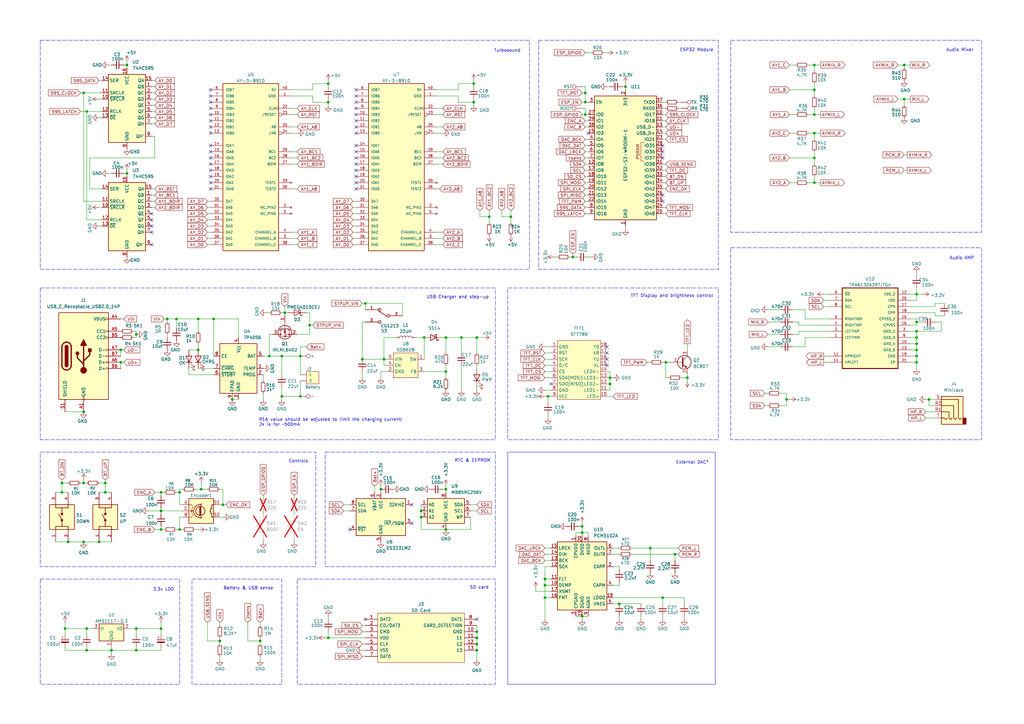
<source format=kicad_sch>
(kicad_sch (version 20250114) (generator "eeschema") (generator_version "9.0")
  (paper "A3")
  (title_block (title "ZxPod Player") (date "2025-06-17") (rev "D") (company "Spawn") (comment 2 "ESP32 based portable player with two real AY3-8910 chips"))
  (rectangle (start 78.74 237.49) (end 115.57 280.67) (stroke (width 0) (type dash)))
  (rectangle (start 121.92 237.49) (end 203.2 280.67) (stroke (width 0) (type dash)))
  (rectangle (start 299.72 16.51) (end 402.59 95.25) (stroke (width 0) (type dash)))
  (rectangle (start 133.35 185.42) (end 203.2 232.41) (stroke (width 0) (type dash)))
  (rectangle (start 16.51 185.42) (end 129.54 232.41) (stroke (width 0) (type dash)))
  (rectangle (start 16.51 237.49) (end 73.66 280.67) (stroke (width 0) (type dash)))
  (rectangle (start 220.98 16.51) (end 294.64 110.49) (stroke (width 0) (type dash)))
  (rectangle (start 299.72 101.6) (end 402.59 180.34) (stroke (width 0) (type dash)))
  (rectangle (start 208.28 185.42) (end 293.37 280.67))
  (rectangle (start 16.51 118.11) (end 203.2 180.34) (stroke (width 0) (type dash)))
  (rectangle (start 208.28 118.11) (end 294.64 180.34) (stroke (width 0) (type dash)))
  (rectangle (start 16.51 16.51) (end 217.17 110.49) (stroke (width 0) (type dash)))
  (text "Battery & USB sense" (at 101.854 241.3 0) (effects (font (size 1.27 1.27))))
  (text "TFT Display and brightness control" (at 275.59 121.412 0) (effects (font (size 1.27 1.27))))
  (text "ESP32 Module" (at 285.75 20.574 0) (effects (font (size 1.27 1.27))))
  (text "RTC & EEPROM" (at 193.802 188.976 0) (effects (font (size 1.27 1.27))))
  (text "SD card" (at 196.596 241.046 0) (effects (font (size 1.27 1.27))))
  (text "Turbosound" (at 208.026 20.828 0) (effects (font (size 1.27 1.27))))
  (text "Audio AMP" (at 394.462 105.918 0) (effects (font (size 1.27 1.27))))
  (text "External DAC*" (at 283.972 189.738 0) (effects (font (size 1.27 1.27))))
  (text "USB Charger and step-up" (at 187.706 121.92 0) (effects (font (size 1.27 1.27))))
  (text "3.3v LDO" (at 67.056 241.808 0) (effects (font (size 1.27 1.27))))
  (text "R16 value should be adjusted to limit the charging current:\n2k is for ~500mA\n" (at 106.172 173.228 0) (effects (font (size 1.27 1.27)) (justify left)))
  (text "Controls" (at 122.428 189.23 0) (effects (font (size 1.27 1.27))))
  (text "Audio Mixer" (at 393.7 20.574 0) (effects (font (size 1.27 1.27))))
  (junction (at 273.05 148.59))
  (junction (at 123.19 162.56))
  (junction (at 55.88 137.16))
  (junction (at 25.4 201.93))
  (junction (at 25.4 198.12))
  (junction (at 90.17 262.89))
  (junction (at 234.95 105.41))
  (junction (at 238.76 218.44))
  (junction (at 115.57 162.56))
  (junction (at 82.55 200.66))
  (junction (at 134.62 34.29))
  (junction (at 52.07 26.67))
  (junction (at 106.68 262.89))
  (junction (at 195.58 261.62))
  (junction (at 81.28 143.51))
  (junction (at 157.48 147.32))
  (junction (at 256.54 35.56))
  (junction (at 134.62 41.91))
  (junction (at 334.01 64.77))
  (junction (at 276.86 227.33))
  (junction (at 73.66 217.17))
  (junction (at 223.52 240.03))
  (junction (at 40.64 222.25))
  (junction (at 370.84 26.67))
  (junction (at 195.58 266.7))
  (junction (at 200.66 88.9))
  (junction (at 322.58 163.83))
  (junction (at 35.56 257.81))
  (junction (at 115.57 146.05))
  (junction (at 334.01 74.93))
  (junction (at 375.92 140.97))
  (junction (at 240.03 41.91))
  (junction (at 381 163.83))
  (junction (at 194.31 41.91))
  (junction (at 110.49 146.05))
  (junction (at 95.25 163.83))
  (junction (at 45.72 266.7))
  (junction (at 334.01 46.99))
  (junction (at 66.04 209.55))
  (junction (at 194.31 34.29))
  (junction (at 182.88 217.17))
  (junction (at 49.53 143.51))
  (junction (at 68.58 130.81))
  (junction (at 271.78 245.11))
  (junction (at 334.01 36.83))
  (junction (at 375.92 146.05))
  (junction (at 334.01 54.61))
  (junction (at 375.92 143.51))
  (junction (at 173.99 138.43))
  (junction (at 26.67 257.81))
  (junction (at 182.88 152.4))
  (junction (at 27.94 222.25))
  (junction (at 266.7 224.79))
  (junction (at 116.84 128.27))
  (junction (at 238.76 215.9))
  (junction (at 189.23 138.43))
  (junction (at 195.58 138.43))
  (junction (at 34.29 198.12))
  (junction (at 66.04 257.81))
  (junction (at 34.29 38.1))
  (junction (at 148.59 147.32))
  (junction (at 182.88 138.43))
  (junction (at 49.53 148.59))
  (junction (at 195.58 259.08))
  (junction (at 123.19 146.05))
  (junction (at 134.62 261.62))
  (junction (at 224.79 162.56))
  (junction (at 375.92 132.08))
  (junction (at 35.56 45.72))
  (junction (at 52.07 71.12))
  (junction (at 87.63 130.81))
  (junction (at 66.04 217.17))
  (junction (at 156.21 200.66))
  (junction (at 375.92 148.59))
  (junction (at 240.03 38.1))
  (junction (at 172.72 209.55))
  (junction (at 43.18 201.93))
  (junction (at 35.56 266.7))
  (junction (at 370.84 40.64))
  (junction (at 127 133.35))
  (junction (at 43.18 198.12))
  (junction (at 209.55 88.9))
  (junction (at 223.52 245.11))
  (junction (at 172.72 212.09))
  (junction (at 334.01 26.67))
  (junction (at 55.88 266.7))
  (junction (at 195.58 264.16))
  (junction (at 34.29 168.91))
  (junction (at 72.39 130.81))
  (junction (at 250.19 154.94))
  (junction (at 281.94 154.94))
  (junction (at 250.19 157.48))
  (junction (at 55.88 257.81))
  (junction (at 254 247.65))
  (junction (at 375.92 135.89))
  (junction (at 91.44 207.01))
  (junction (at 182.88 200.66))
  (junction (at 375.92 138.43))
  (junction (at 66.04 201.93))
  (junction (at 149.86 124.46))
  (junction (at 73.66 201.93))
  (junction (at 375.92 120.65))
  (junction (at 238.76 252.73))
  (junction (at 34.29 222.25))
  (junction (at 240.03 46.99))
  (junction (at 223.52 237.49))
  (junction (at 81.28 130.81))
  (no_connect (at 146.05 49.53))
  (no_connect (at 271.78 59.69))
  (no_connect (at 146.05 74.93))
  (no_connect (at 146.05 62.23))
  (no_connect (at 146.05 59.69))
  (no_connect (at 62.23 100.33))
  (no_connect (at 226.06 157.48))
  (no_connect (at 62.23 95.25))
  (no_connect (at 248.92 147.32))
  (no_connect (at 168.91 207.01))
  (no_connect (at 271.78 64.77))
  (no_connect (at 248.92 149.86))
  (no_connect (at 146.05 67.31))
  (no_connect (at 146.05 39.37))
  (no_connect (at 271.78 62.23))
  (no_connect (at 86.36 72.39))
  (no_connect (at 86.36 36.83))
  (no_connect (at 86.36 69.85))
  (no_connect (at 86.36 77.47))
  (no_connect (at 86.36 74.93))
  (no_connect (at 86.36 67.31))
  (no_connect (at 86.36 64.77))
  (no_connect (at 86.36 62.23))
  (no_connect (at 86.36 59.69))
  (no_connect (at 86.36 52.07))
  (no_connect (at 86.36 49.53))
  (no_connect (at 86.36 54.61))
  (no_connect (at 86.36 46.99))
  (no_connect (at 86.36 39.37))
  (no_connect (at 86.36 44.45))
  (no_connect (at 86.36 41.91))
  (no_connect (at 146.05 54.61))
  (no_connect (at 241.3 54.61))
  (no_connect (at 271.78 82.55))
  (no_connect (at 146.05 64.77))
  (no_connect (at 168.91 214.63))
  (no_connect (at 146.05 69.85))
  (no_connect (at 62.23 92.71))
  (no_connect (at 248.92 142.24))
  (no_connect (at 146.05 36.83))
  (no_connect (at 146.05 46.99))
  (no_connect (at 271.78 80.01))
  (no_connect (at 146.05 41.91))
  (no_connect (at 149.86 254))
  (no_connect (at 195.58 254))
  (no_connect (at 146.05 44.45))
  (no_connect (at 143.51 217.17))
  (no_connect (at 248.92 144.78))
  (no_connect (at 146.05 77.47))
  (no_connect (at 146.05 72.39))
  (no_connect (at 62.23 87.63))
  (no_connect (at 146.05 52.07))
  (no_connect (at 62.23 90.17))
  (wire (pts (xy 148.59 269.24) (xy 149.86 269.24)))
  (wire (pts (xy 54.61 138.43) (xy 55.88 138.43)))
  (wire (pts (xy 115.57 146.05) (xy 123.19 146.05)))
  (wire (pts (xy 195.58 138.43) (xy 198.12 138.43)))
  (wire (pts (xy 187.96 34.29) (xy 194.31 34.29)))
  (wire (pts (xy 370.84 26.67) (xy 370.84 27.94)))
  (wire (pts (xy 120.65 203.2) (xy 120.65 204.47)))
  (wire (pts (xy 189.23 138.43) (xy 195.58 138.43)))
  (wire (pts (xy 43.18 196.85) (xy 43.18 198.12)))
  (wire (pts (xy 340.36 125.73) (xy 337.82 125.73)))
  (wire (pts (xy 95.25 163.83) (xy 97.79 163.83)))
  (wire (pts (xy 375.92 148.59) (xy 373.38 148.59)))
  (wire (pts (xy 106.68 269.24) (xy 106.68 270.51)))
  (wire (pts (xy 336.55 46.99) (xy 334.01 46.99)))
  (wire (pts (xy 248.92 154.94) (xy 250.19 154.94)))
  (wire (pts (xy 119.38 36.83) (xy 128.27 36.83)))
  (wire (pts (xy 336.55 26.67) (xy 334.01 26.67)))
  (wire (pts (xy 281.94 140.97) (xy 281.94 143.51)))
  (wire (pts (xy 107.95 220.98) (xy 107.95 222.25)))
  (wire (pts (xy 60.96 209.55) (xy 66.04 209.55)))
  (wire (pts (xy 148.59 154.94) (xy 148.59 152.4)))
  (wire (pts (xy 226.06 242.57) (xy 219.71 242.57)))
  (wire (pts (xy 140.97 209.55) (xy 143.51 209.55)))
  (wire (pts (xy 271.78 46.99) (xy 273.05 46.99)))
  (wire (pts (xy 195.58 261.62) (xy 195.58 264.16)))
  (wire (pts (xy 223.52 162.56) (xy 224.79 162.56)))
  (wire (pts (xy 194.31 43.18) (xy 194.31 41.91)))
  (wire (pts (xy 66.04 201.93) (xy 67.31 201.93)))
  (wire (pts (xy 373.38 130.81) (xy 375.92 130.81)))
  (wire (pts (xy 386.08 135.89) (xy 375.92 135.89)))
  (wire (pts (xy 134.62 34.29) (xy 134.62 33.02)))
  (wire (pts (xy 45.72 266.7) (xy 55.88 266.7)))
  (wire (pts (xy 54.61 135.89) (xy 55.88 135.89)))
  (wire (pts (xy 72.39 130.81) (xy 72.39 134.62)))
  (wire (pts (xy 55.88 257.81) (xy 55.88 260.35)))
  (wire (pts (xy 334.01 46.99) (xy 331.47 46.99)))
  (wire (pts (xy 157.48 138.43) (xy 157.48 147.32)))
  (wire (pts (xy 187.96 36.83) (xy 187.96 34.29)))
  (wire (pts (xy 179.07 54.61) (xy 181.61 54.61)))
  (wire (pts (xy 240.03 72.39) (xy 241.3 72.39)))
  (wire (pts (xy 238.76 38.1) (xy 240.03 38.1)))
  (wire (pts (xy 254 252.73) (xy 254 254)))
  (wire (pts (xy 375.92 143.51) (xy 373.38 143.51)))
  (wire (pts (xy 251.46 247.65) (xy 254 247.65)))
  (wire (pts (xy 334.01 36.83) (xy 323.85 36.83)))
  (wire (pts (xy 165.1 124.46) (xy 149.86 124.46)))
  (wire (pts (xy 273.05 148.59) (xy 274.32 148.59)))
  (wire (pts (xy 179.07 44.45) (xy 181.61 44.45)))
  (wire (pts (xy 241.3 218.44) (xy 241.3 219.71)))
  (wire (pts (xy 66.04 255.27) (xy 66.04 257.81)))
  (wire (pts (xy 128.27 36.83) (xy 128.27 34.29)))
  (wire (pts (xy 73.66 207.01) (xy 74.93 207.01)))
  (wire (pts (xy 193.04 212.09) (xy 193.04 217.17)))
  (wire (pts (xy 330.2 142.24) (xy 325.12 142.24)))
  (wire (pts (xy 40.64 33.02) (xy 41.91 33.02)))
  (wire (pts (xy 182.88 138.43) (xy 189.23 138.43)))
  (wire (pts (xy 85.09 262.89) (xy 90.17 262.89)))
  (wire (pts (xy 240.03 59.69) (xy 241.3 59.69)))
  (wire (pts (xy 240.03 82.55) (xy 241.3 82.55)))
  (wire (pts (xy 240.03 57.15) (xy 241.3 57.15)))
  (wire (pts (xy 255.27 35.56) (xy 256.54 35.56)))
  (wire (pts (xy 334.01 67.31) (xy 334.01 64.77)))
  (wire (pts (xy 127 137.16) (xy 127 133.35)))
  (wire (pts (xy 55.88 266.7) (xy 66.04 266.7)))
  (wire (pts (xy 144.78 90.17) (xy 146.05 90.17)))
  (wire (pts (xy 49.53 143.51) (xy 50.8 143.51)))
  (wire (pts (xy 271.78 87.63) (xy 273.05 87.63)))
  (wire (pts (xy 259.08 227.33) (xy 276.86 227.33)))
  (wire (pts (xy 179.07 95.25) (xy 181.61 95.25)))
  (wire (pts (xy 27.94 222.25) (xy 34.29 222.25)))
  (wire (pts (xy 62.23 38.1) (xy 63.5 38.1)))
  (wire (pts (xy 128.27 39.37) (xy 128.27 41.91)))
  (wire (pts (xy 205.74 88.9) (xy 209.55 88.9)))
  (wire (pts (xy 66.04 217.17) (xy 67.31 217.17)))
  (wire (pts (xy 330.2 138.43) (xy 330.2 142.24)))
  (wire (pts (xy 90.17 212.09) (xy 91.44 212.09)))
  (wire (pts (xy 87.63 130.81) (xy 97.79 130.81)))
  (wire (pts (xy 248.92 160.02) (xy 250.19 160.02)))
  (wire (pts (xy 242.57 21.59) (xy 240.03 21.59)))
  (wire (pts (xy 62.23 85.09) (xy 63.5 85.09)))
  (wire (pts (xy 67.31 130.81) (xy 68.58 130.81)))
  (wire (pts (xy 368.3 26.67) (xy 370.84 26.67)))
  (wire (pts (xy 262.89 252.73) (xy 262.89 254)))
  (wire (pts (xy 240.03 46.99) (xy 241.3 46.99)))
  (wire (pts (xy 383.54 129.54) (xy 387.35 129.54)))
  (wire (pts (xy 34.29 198.12) (xy 33.02 198.12)))
  (wire (pts (xy 254 232.41) (xy 254 233.68)))
  (wire (pts (xy 383.54 125.73) (xy 373.38 125.73)))
  (wire (pts (xy 326.39 26.67) (xy 323.85 26.67)))
  (wire (pts (xy 224.79 170.18) (xy 224.79 171.45)))
  (wire (pts (xy 281.94 154.94) (xy 281.94 156.21)))
  (wire (pts (xy 36.83 64.77) (xy 36.83 77.47)))
  (wire (pts (xy 375.92 133.35) (xy 375.92 132.08)))
  (wire (pts (xy 49.53 148.59) (xy 50.8 148.59)))
  (wire (pts (xy 187.96 39.37) (xy 187.96 41.91)))
  (wire (pts (xy 375.92 118.11) (xy 375.92 120.65)))
  (wire (pts (xy 271.78 74.93) (xy 273.05 74.93)))
  (wire (pts (xy 271.78 44.45) (xy 273.05 44.45)))
  (wire (pts (xy 148.59 132.08) (xy 148.59 147.32)))
  (wire (pts (xy 179.07 36.83) (xy 187.96 36.83)))
  (wire (pts (xy 250.19 154.94) (xy 251.46 154.94)))
  (wire (pts (xy 241.3 105.41) (xy 242.57 105.41)))
  (wire (pts (xy 140.97 207.01) (xy 143.51 207.01)))
  (wire (pts (xy 378.46 120.65) (xy 375.92 120.65)))
  (wire (pts (xy 120.65 209.55) (xy 120.65 210.82)))
  (wire (pts (xy 375.92 138.43) (xy 375.92 140.97)))
  (wire (pts (xy 189.23 138.43) (xy 189.23 144.78)))
  (wire (pts (xy 156.21 199.39) (xy 156.21 200.66)))
  (wire (pts (xy 181.61 200.66) (xy 182.88 200.66)))
  (wire (pts (xy 238.76 252.73) (xy 238.76 254)))
  (wire (pts (xy 240.03 35.56) (xy 240.03 38.1)))
  (wire (pts (xy 82.55 200.66) (xy 82.55 198.12)))
  (wire (pts (xy 219.71 242.57) (xy 219.71 241.3)))
  (wire (pts (xy 144.78 85.09) (xy 146.05 85.09)))
  (wire (pts (xy 327.66 135.89) (xy 327.66 137.16)))
  (wire (pts (xy 172.72 217.17) (xy 182.88 217.17)))
  (wire (pts (xy 330.2 130.81) (xy 330.2 127)))
  (wire (pts (xy 271.78 245.11) (xy 280.67 245.11)))
  (wire (pts (xy 375.92 146.05) (xy 373.38 146.05)))
  (wire (pts (xy 240.03 74.93) (xy 241.3 74.93)))
  (wire (pts (xy 33.02 38.1) (xy 34.29 38.1)))
  (wire (pts (xy 85.09 100.33) (xy 86.36 100.33)))
  (wire (pts (xy 179.07 77.47) (xy 180.34 77.47)))
  (wire (pts (xy 119.38 54.61) (xy 121.92 54.61)))
  (wire (pts (xy 25.4 198.12) (xy 25.4 201.93)))
  (wire (pts (xy 121.92 137.16) (xy 127 137.16)))
  (wire (pts (xy 119.38 100.33) (xy 121.92 100.33)))
  (wire (pts (xy 119.38 95.25) (xy 121.92 95.25)))
  (wire (pts (xy 320.04 142.24) (xy 314.96 142.24)))
  (wire (pts (xy 224.79 162.56) (xy 226.06 162.56)))
  (wire (pts (xy 49.53 130.81) (xy 50.8 130.81)))
  (wire (pts (xy 63.5 64.77) (xy 36.83 64.77)))
  (wire (pts (xy 223.52 237.49) (xy 223.52 240.03)))
  (wire (pts (xy 119.38 62.23) (xy 121.92 62.23)))
  (wire (pts (xy 326.39 46.99) (xy 323.85 46.99)))
  (wire (pts (xy 381 163.83) (xy 379.73 163.83)))
  (wire (pts (xy 25.4 201.93) (xy 27.94 201.93)))
  (wire (pts (xy 274.32 154.94) (xy 273.05 154.94)))
  (wire (pts (xy 265.43 148.59) (xy 266.7 148.59)))
  (wire (pts (xy 63.5 201.93) (xy 66.04 201.93)))
  (wire (pts (xy 187.96 41.91) (xy 194.31 41.91)))
  (wire (pts (xy 223.52 240.03) (xy 223.52 245.11)))
  (wire (pts (xy 327.66 132.08) (xy 325.12 132.08)))
  (wire (pts (xy 173.99 152.4) (xy 182.88 152.4)))
  (wire (pts (xy 281.94 153.67) (xy 281.94 154.94)))
  (wire (pts (xy 81.28 151.13) (xy 87.63 151.13)))
  (wire (pts (xy 240.03 77.47) (xy 241.3 77.47)))
  (wire (pts (xy 238.76 41.91) (xy 240.03 41.91)))
  (wire (pts (xy 144.78 87.63) (xy 146.05 87.63)))
  (wire (pts (xy 254 247.65) (xy 262.89 247.65)))
  (wire (pts (xy 44.45 71.12) (xy 45.72 71.12)))
  (wire (pts (xy 195.58 160.02) (xy 195.58 158.75)))
  (wire (pts (xy 110.49 137.16) (xy 111.76 137.16)))
  (wire (pts (xy 271.78 69.85) (xy 273.05 69.85)))
  (wire (pts (xy 101.6 255.27) (xy 101.6 262.89)))
  (wire (pts (xy 375.92 140.97) (xy 375.92 143.51)))
  (wire (pts (xy 85.09 95.25) (xy 86.36 95.25)))
  (wire (pts (xy 209.55 88.9) (xy 209.55 86.36)))
  (wire (pts (xy 340.36 146.05) (xy 337.82 146.05)))
  (wire (pts (xy 271.78 252.73) (xy 271.78 254)))
  (wire (pts (xy 334.01 46.99) (xy 334.01 44.45)))
  (wire (pts (xy 123.19 156.21) (xy 123.19 162.56)))
  (wire (pts (xy 33.02 45.72) (xy 35.56 45.72)))
  (wire (pts (xy 223.52 142.24) (xy 226.06 142.24)))
  (wire (pts (xy 40.64 201.93) (xy 43.18 201.93)))
  (wire (pts (xy 248.92 35.56) (xy 250.19 35.56)))
  (wire (pts (xy 200.66 88.9) (xy 200.66 91.44)))
  (wire (pts (xy 200.66 88.9) (xy 200.66 86.36)))
  (wire (pts (xy 148.59 264.16) (xy 149.86 264.16)))
  (wire (pts (xy 74.93 200.66) (xy 73.66 200.66)))
  (wire (pts (xy 383.54 163.83) (xy 381 163.83)))
  (wire (pts (xy 148.59 147.32) (xy 157.48 147.32)))
  (wire (pts (xy 162.56 138.43) (xy 157.48 138.43)))
  (wire (pts (xy 35.56 90.17) (xy 41.91 90.17)))
  (wire (pts (xy 236.22 252.73) (xy 238.76 252.73)))
  (wire (pts (xy 271.78 49.53) (xy 273.05 49.53)))
  (wire (pts (xy 91.44 207.01) (xy 91.44 200.66)))
  (wire (pts (xy 144.78 95.25) (xy 146.05 95.25)))
  (wire (pts (xy 127 128.27) (xy 127 133.35)))
  (wire (pts (xy 223.52 245.11) (xy 226.06 245.11)))
  (wire (pts (xy 240.03 52.07) (xy 241.3 52.07)))
  (wire (pts (xy 340.36 148.59) (xy 337.82 148.59)))
  (wire (pts (xy 370.84 40.64) (xy 373.38 40.64)))
  (wire (pts (xy 73.66 212.09) (xy 74.93 212.09)))
  (wire (pts (xy 326.39 74.93) (xy 323.85 74.93)))
  (wire (pts (xy 110.49 137.16) (xy 110.49 146.05)))
  (wire (pts (xy 156.21 152.4) (xy 156.21 154.94)))
  (wire (pts (xy 40.64 85.09) (xy 41.91 85.09)))
  (wire (pts (xy 375.92 148.59) (xy 375.92 151.13)))
  (wire (pts (xy 182.88 199.39) (xy 182.88 200.66)))
  (wire (pts (xy 193.04 207.01) (xy 195.58 207.01)))
  (wire (pts (xy 375.92 111.76) (xy 375.92 113.03)))
  (wire (pts (xy 179.07 64.77) (xy 181.61 64.77)))
  (wire (pts (xy 193.04 209.55) (xy 195.58 209.55)))
  (wire (pts (xy 106.68 255.27) (xy 106.68 256.54)))
  (wire (pts (xy 370.84 40.64) (xy 370.84 43.18)))
  (wire (pts (xy 195.58 151.13) (xy 195.58 149.86)))
  (wire (pts (xy 375.92 132.08) (xy 378.46 132.08)))
  (wire (pts (xy 236.22 219.71) (xy 236.22 218.44)))
  (wire (pts (xy 66.04 265.43) (xy 66.04 266.7)))
  (wire (pts (xy 223.52 144.78) (xy 226.06 144.78)))
  (wire (pts (xy 223.52 154.94) (xy 226.06 154.94)))
  (wire (pts (xy 66.04 215.9) (xy 66.04 217.17)))
  (wire (pts (xy 119.38 39.37) (xy 128.27 39.37)))
  (wire (pts (xy 240.03 49.53) (xy 241.3 49.53)))
  (wire (pts (xy 194.31 34.29) (xy 194.31 33.02)))
  (wire (pts (xy 320.04 166.37) (xy 322.58 166.37)))
  (wire (pts (xy 157.48 149.86) (xy 157.48 147.32)))
  (wire (pts (xy 172.72 207.01) (xy 172.72 209.55)))
  (wire (pts (xy 127 133.35) (xy 128.27 133.35)))
  (wire (pts (xy 91.44 200.66) (xy 90.17 200.66)))
  (wire (pts (xy 327.66 137.16) (xy 325.12 137.16)))
  (wire (pts (xy 334.01 26.67) (xy 334.01 29.21)))
  (wire (pts (xy 330.2 127) (xy 325.12 127)))
  (wire (pts (xy 250.19 154.94) (xy 250.19 157.48)))
  (wire (pts (xy 373.38 128.27) (xy 383.54 128.27)))
  (wire (pts (xy 172.72 209.55) (xy 172.72 212.09)))
  (wire (pts (xy 85.09 82.55) (xy 86.36 82.55)))
  (wire (pts (xy 55.88 135.89) (xy 55.88 137.16)))
  (wire (pts (xy 158.75 149.86) (xy 157.48 149.86)))
  (wire (pts (xy 66.04 209.55) (xy 66.04 210.82)))
  (wire (pts (xy 40.64 222.25) (xy 45.72 222.25)))
  (wire (pts (xy 148.59 259.08) (xy 149.86 259.08)))
  (wire (pts (xy 271.78 54.61) (xy 273.05 54.61)))
  (wire (pts (xy 115.57 146.05) (xy 115.57 153.67)))
  (wire (pts (xy 116.84 128.27) (xy 115.57 128.27)))
  (wire (pts (xy 35.56 265.43) (xy 35.56 266.7)))
  (wire (pts (xy 373.38 123.19) (xy 375.92 123.19)))
  (wire (pts (xy 119.38 44.45) (xy 121.92 44.45)))
  (wire (pts (xy 334.01 26.67) (xy 331.47 26.67)))
  (wire (pts (xy 107.95 146.05) (xy 110.49 146.05)))
  (wire (pts (xy 194.31 35.56) (xy 194.31 34.29)))
  (wire (pts (xy 370.84 26.67) (xy 373.38 26.67)))
  (wire (pts (xy 35.56 45.72) (xy 35.56 90.17)))
  (wire (pts (xy 77.47 143.51) (xy 81.28 143.51)))
  (wire (pts (xy 336.55 74.93) (xy 334.01 74.93)))
  (wire (pts (xy 106.68 262.89) (xy 106.68 264.16)))
  (wire (pts (xy 370.84 69.85) (xy 372.11 69.85)))
  (wire (pts (xy 119.38 46.99) (xy 121.92 46.99)))
  (wire (pts (xy 62.23 43.18) (xy 63.5 43.18)))
  (wire (pts (xy 68.58 130.81) (xy 68.58 132.08)))
  (wire (pts (xy 153.67 199.39) (xy 153.67 201.93)))
  (wire (pts (xy 271.78 77.47) (xy 273.05 77.47)))
  (wire (pts (xy 200.66 88.9) (xy 196.85 88.9)))
  (wire (pts (xy 340.36 120.65) (xy 337.82 120.65)))
  (wire (pts (xy 334.01 34.29) (xy 334.01 36.83)))
  (wire (pts (xy 179.07 67.31) (xy 181.61 67.31)))
  (wire (pts (xy 320.04 137.16) (xy 314.96 137.16)))
  (wire (pts (xy 62.23 33.02) (xy 63.5 33.02)))
  (wire (pts (xy 271.78 72.39) (xy 273.05 72.39)))
  (wire (pts (xy 375.92 120.65) (xy 375.92 123.19)))
  (wire (pts (xy 375.92 146.05) (xy 375.92 148.59)))
  (wire (pts (xy 223.52 224.79) (xy 226.06 224.79)))
  (wire (pts (xy 90.17 270.51) (xy 90.17 269.24)))
  (wire (pts (xy 40.64 198.12) (xy 43.18 198.12)))
  (wire (pts (xy 383.54 171.45) (xy 379.73 171.45)))
  (wire (pts (xy 368.3 40.64) (xy 370.84 40.64)))
  (wire (pts (xy 123.19 162.56) (xy 115.57 162.56)))
  (wire (pts (xy 340.36 138.43) (xy 330.2 138.43)))
  (wire (pts (xy 80.01 217.17) (xy 81.28 217.17)))
  (wire (pts (xy 85.09 97.79) (xy 86.36 97.79)))
  (wire (pts (xy 251.46 245.11) (xy 271.78 245.11)))
  (wire (pts (xy 34.29 198.12) (xy 35.56 198.12)))
  (wire (pts (xy 196.85 86.36) (xy 196.85 88.9)))
  (wire (pts (xy 119.38 52.07) (xy 121.92 52.07)))
  (wire (pts (xy 373.38 135.89) (xy 375.92 135.89)))
  (wire (pts (xy 182.88 200.66) (xy 182.88 201.93)))
  (wire (pts (xy 107.95 161.29) (xy 107.95 163.83)))
  (wire (pts (xy 179.07 52.07) (xy 181.61 52.07)))
  (wire (pts (xy 123.19 146.05) (xy 123.19 153.67)))
  (wire (pts (xy 107.95 209.55) (xy 107.95 210.82)))
  (wire (pts (xy 238.76 215.9) (xy 238.76 218.44)))
  (wire (pts (xy 336.55 54.61) (xy 334.01 54.61)))
  (wire (pts (xy 240.03 67.31) (xy 241.3 67.31)))
  (wire (pts (xy 43.18 198.12) (xy 43.18 201.93)))
  (wire (pts (xy 250.19 160.02) (xy 250.19 157.48)))
  (wire (pts (xy 340.36 123.19) (xy 337.82 123.19)))
  (wire (pts (xy 125.73 142.24) (xy 123.19 142.24)))
  (wire (pts (xy 158.75 152.4) (xy 156.21 152.4)))
  (wire (pts (xy 115.57 158.75) (xy 115.57 162.56)))
  (wire (pts (xy 26.67 168.91) (xy 34.29 168.91)))
  (wire (pts (xy 62.23 82.55) (xy 63.5 82.55)))
  (wire (pts (xy 248.92 162.56) (xy 251.46 162.56)))
  (wire (pts (xy 116.84 129.54) (xy 116.84 128.27)))
  (wire (pts (xy 254 240.03) (xy 254 238.76)))
  (wire (pts (xy 271.78 245.11) (xy 271.78 247.65)))
  (wire (pts (xy 26.67 257.81) (xy 26.67 260.35)))
  (wire (pts (xy 134.62 261.62) (xy 149.86 261.62)))
  (wire (pts (xy 195.58 264.16) (xy 195.58 266.7)))
  (wire (pts (xy 34.29 38.1) (xy 34.29 82.55)))
  (wire (pts (xy 87.63 130.81) (xy 87.63 146.05)))
  (wire (pts (xy 25.4 198.12) (xy 27.94 198.12)))
  (wire (pts (xy 90.17 262.89) (xy 90.17 264.16)))
  (wire (pts (xy 237.49 215.9) (xy 238.76 215.9)))
  (wire (pts (xy 334.01 39.37) (xy 334.01 36.83)))
  (wire (pts (xy 323.85 163.83) (xy 322.58 163.83)))
  (wire (pts (xy 62.23 48.26) (xy 63.5 48.26)))
  (wire (pts (xy 55.88 265.43) (xy 55.88 266.7)))
  (wire (pts (xy 209.55 88.9) (xy 209.55 91.44)))
  (wire (pts (xy 279.4 154.94) (xy 281.94 154.94)))
  (wire (pts (xy 40.64 40.64) (xy 41.91 40.64)))
  (wire (pts (xy 73.66 201.93) (xy 73.66 207.01)))
  (wire (pts (xy 172.72 212.09) (xy 172.72 217.17)))
  (wire (pts (xy 134.62 35.56) (xy 134.62 34.29)))
  (wire (pts (xy 238.76 46.99) (xy 240.03 46.99)))
  (wire (pts (xy 179.07 62.23) (xy 181.61 62.23)))
  (wire (pts (xy 66.04 208.28) (xy 66.04 209.55)))
  (wire (pts (xy 240.03 44.45) (xy 240.03 46.99)))
  (wire (pts (xy 383.54 168.91) (xy 379.73 168.91)))
  (wire (pts (xy 134.62 41.91) (xy 134.62 40.64)))
  (wire (pts (xy 73.66 217.17) (xy 73.66 212.09)))
  (wire (pts (xy 81.28 130.81) (xy 87.63 130.81)))
  (wire (pts (xy 340.36 133.35) (xy 327.66 133.35)))
  (wire (pts (xy 134.62 43.18) (xy 134.62 41.91)))
  (wire (pts (xy 144.78 100.33) (xy 146.05 100.33)))
  (wire (pts (xy 49.53 148.59) (xy 49.53 151.13)))
  (wire (pts (xy 107.95 203.2) (xy 107.95 204.47)))
  (wire (pts (xy 234.95 105.41) (xy 236.22 105.41)))
  (wire (pts (xy 320.04 161.29) (xy 322.58 161.29)))
  (wire (pts (xy 34.29 82.55) (xy 41.91 82.55)))
  (wire (pts (xy 195.58 259.08) (xy 195.58 261.62)))
  (wire (pts (xy 80.01 200.66) (xy 82.55 200.66)))
  (wire (pts (xy 240.03 80.01) (xy 241.3 80.01)))
  (wire (pts (xy 41.91 38.1) (xy 34.29 38.1)))
  (wire (pts (xy 240.03 41.91) (xy 241.3 41.91)))
  (wire (pts (xy 148.59 124.46) (xy 149.86 124.46)))
  (wire (pts (xy 251.46 232.41) (xy 254 232.41)))
  (wire (pts (xy 271.78 67.31) (xy 273.05 67.31)))
  (wire (pts (xy 90.17 256.54) (xy 90.17 255.27)))
  (wire (pts (xy 173.99 138.43) (xy 173.99 147.32)))
  (wire (pts (xy 63.5 217.17) (xy 66.04 217.17)))
  (wire (pts (xy 85.09 85.09) (xy 86.36 85.09)))
  (wire (pts (xy 278.13 41.91) (xy 279.4 41.91)))
  (wire (pts (xy 256.54 35.56) (xy 256.54 36.83)))
  (wire (pts (xy 68.58 137.16) (xy 68.58 138.43)))
  (wire (pts (xy 156.21 200.66) (xy 156.21 201.93)))
  (wire (pts (xy 250.19 152.4) (xy 250.19 154.94)))
  (wire (pts (xy 85.09 90.17) (xy 86.36 90.17)))
  (wire (pts (xy 72.39 201.93) (xy 73.66 201.93)))
  (wire (pts (xy 248.92 152.4) (xy 250.19 152.4)))
  (wire (pts (xy 256.54 34.29) (xy 256.54 35.56)))
  (wire (pts (xy 240.03 87.63) (xy 241.3 87.63)))
  (wire (pts (xy 334.01 74.93) (xy 331.47 74.93)))
  (wire (pts (xy 110.49 146.05) (xy 115.57 146.05)))
  (wire (pts (xy 157.48 147.32) (xy 158.75 147.32)))
  (wire (pts (xy 170.18 138.43) (xy 173.99 138.43)))
  (wire (pts (xy 223.52 229.87) (xy 226.06 229.87)))
  (wire (pts (xy 226.06 232.41) (xy 223.52 232.41)))
  (wire (pts (xy 383.54 124.46) (xy 383.54 125.73)))
  (wire (pts (xy 266.7 224.79) (xy 266.7 229.87)))
  (wire (pts (xy 195.58 138.43) (xy 195.58 144.78)))
  (wire (pts (xy 205.74 86.36) (xy 205.74 88.9)))
  (wire (pts (xy 81.28 140.97) (xy 81.28 143.51)))
  (wire (pts (xy 223.52 147.32) (xy 226.06 147.32)))
  (wire (pts (xy 334.01 64.77) (xy 323.85 64.77)))
  (wire (pts (xy 45.72 265.43) (xy 45.72 266.7)))
  (wire (pts (xy 327.66 133.35) (xy 327.66 132.08)))
  (wire (pts (xy 181.61 138.43) (xy 182.88 138.43)))
  (wire (pts (xy 322.58 161.29) (xy 322.58 163.83)))
  (wire (pts (xy 271.78 148.59) (xy 273.05 148.59)))
  (wire (pts (xy 276.86 227.33) (xy 278.13 227.33)))
  (wire (pts (xy 251.46 227.33) (xy 254 227.33)))
  (wire (pts (xy 189.23 160.02) (xy 189.23 149.86)))
  (wire (pts (xy 271.78 57.15) (xy 273.05 57.15)))
  (wire (pts (xy 375.92 138.43) (xy 373.38 138.43)))
  (wire (pts (xy 340.36 135.89) (xy 327.66 135.89)))
  (wire (pts (xy 90.17 207.01) (xy 91.44 207.01)))
  (wire (pts (xy 223.52 149.86) (xy 226.06 149.86)))
  (wire (pts (xy 179.07 100.33) (xy 181.61 100.33)))
  (wire (pts (xy 278.13 44.45) (xy 279.4 44.45)))
  (wire (pts (xy 387.35 124.46) (xy 383.54 124.46)))
  (wire (pts (xy 119.38 67.31) (xy 121.92 67.31)))
  (wire (pts (xy 119.38 64.77) (xy 121.92 64.77)))
  (wire (pts (xy 62.23 45.72) (xy 63.5 45.72)))
  (wire (pts (xy 238.76 44.45) (xy 240.03 44.45)))
  (wire (pts (xy 386.08 132.08) (xy 386.08 135.89)))
  (wire (pts (xy 240.03 62.23) (xy 241.3 62.23)))
  (wire (pts (xy 223.52 240.03) (xy 226.06 240.03)))
  (wire (pts (xy 280.67 252.73) (xy 280.67 254)))
  (wire (pts (xy 381 166.37) (xy 381 163.83)))
  (wire (pts (xy 326.39 54.61) (xy 323.85 54.61)))
  (wire (pts (xy 238.76 214.63) (xy 238.76 215.9)))
  (wire (pts (xy 314.96 161.29) (xy 313.69 161.29)))
  (wire (pts (xy 373.38 120.65) (xy 375.92 120.65)))
  (wire (pts (xy 115.57 162.56) (xy 115.57 163.83)))
  (wire (pts (xy 195.58 256.54) (xy 195.58 259.08)))
  (wire (pts (xy 123.19 142.24) (xy 123.19 146.05)))
  (wire (pts (xy 273.05 148.59) (xy 273.05 154.94)))
  (wire (pts (xy 182.88 152.4) (xy 182.88 154.94)))
  (wire (pts (xy 82.55 200.66) (xy 85.09 200.66)))
  (wire (pts (xy 373.38 133.35) (xy 375.92 133.35)))
  (wire (pts (xy 63.5 55.88) (xy 63.5 64.77)))
  (wire (pts (xy 248.92 21.59) (xy 247.65 21.59)))
  (wire (pts (xy 116.84 125.73) (xy 116.84 128.27)))
  (wire (pts (xy 119.38 97.79) (xy 121.92 97.79)))
  (wire (pts (xy 62.23 35.56) (xy 63.5 35.56)))
  (wire (pts (xy 223.52 232.41) (xy 223.52 237.49)))
  (wire (pts (xy 238.76 218.44) (xy 241.3 218.44)))
  (wire (pts (xy 320.04 132.08) (xy 314.96 132.08)))
  (wire (pts (xy 66.04 203.2) (xy 66.04 201.93)))
  (wire (pts (xy 256.54 92.71) (xy 256.54 93.98)))
  (wire (pts (xy 97.79 130.81) (xy 97.79 138.43)))
  (wire (pts (xy 266.7 224.79) (xy 278.13 224.79)))
  (wire (pts (xy 375.92 143.51) (xy 375.92 146.05)))
  (wire (pts (xy 223.52 160.02) (xy 226.06 160.02)))
  (wire (pts (xy 52.07 71.12) (xy 52.07 72.39)))
  (wire (pts (xy 52.07 25.4) (xy 52.07 26.67)))
  (wire (pts (xy 134.62 259.08) (xy 134.62 261.62)))
  (wire (pts (xy 45.72 201.93) (xy 43.18 201.93)))
  (wire (pts (xy 241.3 252.73) (xy 238.76 252.73)))
  (wire (pts (xy 116.84 128.27) (xy 118.11 128.27)))
  (wire (pts (xy 107.95 153.67) (xy 107.95 156.21)))
  (wire (pts (xy 55.88 257.81) (xy 53.34 257.81)))
  (wire (pts (xy 340.36 130.81) (xy 330.2 130.81)))
  (wire (pts (xy 179.07 46.99) (xy 181.61 46.99)))
  (wire (pts (xy 68.58 130.81) (xy 72.39 130.81)))
  (wire (pts (xy 66.04 260.35) (xy 66.04 257.81)))
  (wire (pts (xy 224.79 162.56) (xy 224.79 165.1)))
  (wire (pts (xy 375.92 135.89) (xy 375.92 138.43)))
  (wire (pts (xy 149.86 266.7) (xy 148.59 266.7)))
  (wire (pts (xy 35.56 257.81) (xy 35.56 260.35)))
  (wire (pts (xy 50.8 26.67) (xy 52.07 26.67)))
  (wire (pts (xy 223.52 227.33) (xy 226.06 227.33)))
  (wire (pts (xy 182.88 152.4) (xy 182.88 149.86)))
  (wire (pts (xy 72.39 217.17) (xy 73.66 217.17)))
  (wire (pts (xy 194.31 41.91) (xy 194.31 40.64)))
  (wire (pts (xy 34.29 196.85) (xy 34.29 198.12)))
  (wire (pts (xy 77.47 153.67) (xy 77.47 151.13)))
  (wire (pts (xy 35.56 257.81) (xy 38.1 257.81)))
  (wire (pts (xy 62.23 77.47) (xy 63.5 77.47)))
  (wire (pts (xy 334.01 54.61) (xy 334.01 57.15)))
  (wire (pts (xy 91.44 207.01) (xy 92.71 207.01)))
  (wire (pts (xy 90.17 261.62) (xy 90.17 262.89)))
  (wire (pts (xy 179.07 97.79) (xy 181.61 97.79)))
  (wire (pts (xy 62.23 80.01) (xy 63.5 80.01)))
  (wire (pts (xy 383.54 132.08) (xy 386.08 132.08)))
  (wire (pts (xy 320.04 127) (xy 314.96 127)))
  (wire (pts (xy 22.86 201.93) (xy 25.4 201.93)))
  (wire (pts (xy 128.27 34.29) (xy 134.62 34.29)))
  (wire (pts (xy 62.23 50.8) (xy 63.5 50.8)))
  (wire (pts (xy 62.23 55.88) (xy 63.5 55.88)))
  (wire (pts (xy 238.76 35.56) (xy 240.03 35.56)))
  (wire (pts (xy 40.64 92.71) (xy 41.91 92.71)))
  (wire (pts (xy 334.01 62.23) (xy 334.01 64.77)))
  (wire (pts (xy 26.67 257.81) (xy 35.56 257.81)))
  (wire (pts (xy 85.09 255.27) (xy 85.09 262.89)))
  (wire (pts (xy 248.92 157.48) (xy 250.19 157.48)))
  (wire (pts (xy 36.83 77.47) (xy 41.91 77.47)))
  (wire (pts (xy 240.03 38.1) (xy 240.03 41.91)))
  (wire (pts (xy 236.22 218.44) (xy 238.76 218.44)))
  (wire (pts (xy 322.58 166.37) (xy 322.58 163.83)))
  (wire (pts (xy 280.67 245.11) (xy 280.67 247.65)))
  (wire (pts (xy 52.07 26.67) (xy 52.07 27.94)))
  (wire (pts (xy 26.67 255.27) (xy 26.67 257.81)))
  (wire (pts (xy 223.52 152.4) (xy 226.06 152.4)))
  (wire (pts (xy 26.67 265.43) (xy 26.67 266.7)))
  (wire (pts (xy 85.09 87.63) (xy 86.36 87.63)))
  (wire (pts (xy 179.07 39.37) (xy 187.96 39.37)))
  (wire (pts (xy 238.76 218.44) (xy 238.76 219.71)))
  (wire (pts (xy 149.86 127) (xy 149.86 124.46)))
  (wire (pts (xy 62.23 40.64) (xy 63.5 40.64)))
  (wire (pts (xy 128.27 41.91) (xy 134.62 41.91)))
  (wire (pts (xy 223.52 245.11) (xy 223.52 254)))
  (wire (pts (xy 227.33 105.41) (xy 228.6 105.41)))
  (wire (pts (xy 193.04 217.17) (xy 182.88 217.17)))
  (wire (pts (xy 144.78 92.71) (xy 146.05 92.71)))
  (wire (pts (xy 276.86 227.33) (xy 276.86 229.87)))
  (wire (pts (xy 72.39 130.81) (xy 81.28 130.81)))
  (wire (pts (xy 44.45 26.67) (xy 45.72 26.67)))
  (wire (pts (xy 85.09 92.71) (xy 86.36 92.71)))
  (wire (pts (xy 165.1 129.54) (xy 165.1 124.46)))
  (wire (pts (xy 233.68 105.41) (xy 234.95 105.41)))
  (wire (pts (xy 66.04 209.55) (xy 74.93 209.55)))
  (wire (pts (xy 34.29 222.25) (xy 40.64 222.25)))
  (wire (pts (xy 251.46 224.79) (xy 254 224.79)))
  (wire (pts (xy 55.88 138.43) (xy 55.88 137.16)))
  (wire (pts (xy 223.52 237.49) (xy 226.06 237.49)))
  (wire (pts (xy 106.68 261.62) (xy 106.68 262.89)))
  (wire (pts (xy 87.63 153.67) (xy 77.47 153.67)))
  (wire (pts (xy 26.67 266.7) (xy 35.56 266.7)))
  (wire (pts (xy 240.03 64.77) (xy 241.3 64.77)))
  (wire (pts (xy 144.78 97.79) (xy 146.05 97.79)))
  (wire (pts (xy 383.54 128.27) (xy 383.54 129.54)))
  (wire (pts (xy 66.04 257.81) (xy 55.88 257.81)))
  (wire (pts (xy 334.01 54.61) (xy 331.47 54.61)))
  (wire (pts (xy 314.96 166.37) (xy 313.69 166.37)))
  (wire (pts (xy 35.56 266.7) (xy 45.72 266.7)))
  (wire (pts (xy 195.58 266.7) (xy 195.58 270.51)))
  (wire (pts (xy 148.59 256.54) (xy 149.86 256.54)))
  (wire (pts (xy 370.84 63.5) (xy 372.11 63.5)))
  (wire (pts (xy 40.64 48.26) (xy 41.91 48.26)))
  (wire (pts (xy 41.91 45.72) (xy 35.56 45.72)))
  (wire (pts (xy 271.78 52.07) (xy 273.05 52.07)))
  (wire (pts (xy 251.46 240.03) (xy 254 240.03)))
  (wire (pts (xy 109.22 128.27) (xy 110.49 128.27)))
  (wire (pts (xy 383.54 166.37) (xy 381 166.37)))
  (wire (pts (xy 182.88 138.43) (xy 182.88 144.78)))
  (wire (pts (xy 45.72 266.7) (xy 45.72 267.97)))
  (wire (pts (xy 271.78 85.09) (xy 273.05 85.09)))
  (wire (pts (xy 52.07 69.85) (xy 52.07 71.12)))
  (wire (pts (xy 133.35 261.62) (xy 134.62 261.62)))
  (wire (pts (xy 119.38 77.47) (xy 121.92 77.47)))
  (wire (pts (xy 148.59 132.08) (xy 149.86 132.08)))
  (wire (pts (xy 240.03 85.09) (xy 241.3 85.09)))
  (wire (pts (xy 73.66 200.66) (xy 73.66 201.93)))
  (wire (pts (xy 375.92 130.81) (xy 375.92 132.08)))
  (wire (pts (xy 74.93 217.17) (xy 73.66 217.17)))
  (wire (pts (xy 144.78 82.55) (xy 146.05 82.55)))
  (wire (pts (xy 50.8 71.12) (xy 52.07 71.12)))
  (wire (pts (xy 259.08 224.79) (xy 266.7 224.79)))
  (wire (pts (xy 25.4 196.85) (xy 25.4 198.12)))
  (wire (pts (xy 134.62 254) (xy 134.62 252.73)))
  (wire (pts (xy 375.92 140.97) (xy 373.38 140.97)))
  (wire (pts (xy 234.95 105.41) (xy 234.95 104.14)))
  (wire (pts (xy 120.65 220.98) (xy 120.65 222.25)))
  (wire (pts (xy 81.28 130.81) (xy 81.28 135.89)))
  (wire (pts (xy 22.86 222.25) (xy 27.94 222.25)))
  (wire (pts (xy 271.78 41.91) (xy 273.05 41.91)))
  (wire (pts (xy 49.53 143.51) (xy 49.53 146.05)))
  (wire (pts (xy 125.73 128.27) (xy 127 128.27)))
  (wire (pts (xy 240.03 69.85) (xy 241.3 69.85)))
  (wire (pts (xy 334.01 74.93) (xy 334.01 72.39)))
  (wire (pts (xy 101.6 262.89) (xy 106.68 262.89)))
  (global_label "SCL" (shape input) (at 337.82 125.73 180) (property "Intersheetrefs" "${INTERSHEET_REFS}" (effects (hide yes))))
  (global_label "TFT_CLK" (shape input) (at 223.52 147.32 180) (property "Intersheetrefs" "${INTERSHEET_REFS}" (effects (hide yes))))
  (global_label "PCM_R" (shape input) (at 278.13 227.33 0) (property "Intersheetrefs" "${INTERSHEET_REFS}" (effects (hide yes))))
  (global_label "AY1_A" (shape input) (at 121.92 95.25 0) (property "Intersheetrefs" "${INTERSHEET_REFS}" (effects (hide yes))))
  (global_label "AY_BC1" (shape input) (at 181.61 62.23 0) (property "Intersheetrefs" "${INTERSHEET_REFS}" (effects (hide yes))))
  (global_label "HP_R" (shape output) (at 337.82 146.05 180) (property "Intersheetrefs" "${INTERSHEET_REFS}" (effects (hide yes))))
  (global_label "AYMIX_R" (shape input) (at 368.3 26.67 180) (property "Intersheetrefs" "${INTERSHEET_REFS}" (effects (hide yes))))
  (global_label "HP_L" (shape input) (at 379.73 171.45 180) (property "Intersheetrefs" "${INTERSHEET_REFS}" (effects (hide yes))))
  (global_label "Bat+" (shape input) (at 106.68 255.27 90) (property "Intersheetrefs" "${INTERSHEET_REFS}" (effects (hide yes))))
  (global_label "SDA" (shape input) (at 140.97 209.55 180) (property "Intersheetrefs" "${INTERSHEET_REFS}" (effects (hide yes))))
  (global_label "SPI_MISO" (shape input) (at 148.59 269.24 180) (property "Intersheetrefs" "${INTERSHEET_REFS}" (effects (hide yes))))
  (global_label "AY1_BC2" (shape input) (at 121.92 64.77 0) (property "Intersheetrefs" "${INTERSHEET_REFS}" (effects (hide yes))))
  (global_label "AY_BC1" (shape input) (at 63.5 80.01 0) (property "Intersheetrefs" "${INTERSHEET_REFS}" (effects (hide yes))))
  (global_label "AY_D5" (shape input) (at 144.78 87.63 180) (property "Intersheetrefs" "${INTERSHEET_REFS}" (effects (hide yes))))
  (global_label "HP_L" (shape output) (at 337.82 148.59 180) (property "Intersheetrefs" "${INTERSHEET_REFS}" (effects (hide yes))))
  (global_label "ESP_EN" (shape input) (at 120.65 203.2 90) (property "Intersheetrefs" "${INTERSHEET_REFS}" (effects (hide yes))))
  (global_label "AY1_A8" (shape input) (at 196.85 86.36 90) (property "Intersheetrefs" "${INTERSHEET_REFS}" (effects (hide yes))))
  (global_label "BT_UP" (shape input) (at 43.18 196.85 90) (property "Intersheetrefs" "${INTERSHEET_REFS}" (effects (hide yes))))
  (global_label "PCM_L" (shape input) (at 278.13 224.79 0) (property "Intersheetrefs" "${INTERSHEET_REFS}" (effects (hide yes))))
  (global_label "595_DATA" (shape input) (at 40.64 33.02 180) (property "Intersheetrefs" "${INTERSHEET_REFS}" (effects (hide yes))))
  (global_label "ESP_GPIO0" (shape input) (at 240.03 21.59 180) (property "Intersheetrefs" "${INTERSHEET_REFS}" (effects (hide yes))))
  (global_label "AY1_BC2" (shape input) (at 200.66 86.36 90) (property "Intersheetrefs" "${INTERSHEET_REFS}" (effects (hide yes))))
  (global_label "SPI_MOSI" (shape input) (at 148.59 259.08 180) (property "Intersheetrefs" "${INTERSHEET_REFS}" (effects (hide yes))))
  (global_label "AY_BC1" (shape input) (at 121.92 62.23 0) (property "Intersheetrefs" "${INTERSHEET_REFS}" (effects (hide yes))))
  (global_label "BT_DN" (shape input) (at 273.05 72.39 0) (property "Intersheetrefs" "${INTERSHEET_REFS}" (effects (hide yes))))
  (global_label "SPI_CLK" (shape input) (at 240.03 77.47 180) (property "Intersheetrefs" "${INTERSHEET_REFS}" (effects (hide yes))))
  (global_label "MIX_L" (shape output) (at 373.38 40.64 0) (property "Intersheetrefs" "${INTERSHEET_REFS}" (effects (hide yes))))
  (global_label "DAC_LRCK" (shape input) (at 240.03 62.23 180) (property "Intersheetrefs" "${INTERSHEET_REFS}" (effects (hide yes))))
  (global_label "ENC_B" (shape input) (at 240.03 52.07 180) (property "Intersheetrefs" "${INTERSHEET_REFS}" (effects (hide yes))))
  (global_label "ENC_A" (shape input) (at 240.03 49.53 180) (property "Intersheetrefs" "${INTERSHEET_REFS}" (effects (hide yes))))
  (global_label "MIX_R" (shape input) (at 314.96 132.08 180) (property "Intersheetrefs" "${INTERSHEET_REFS}" (effects (hide yes))))
  (global_label "SD_CS" (shape input) (at 148.59 256.54 180) (property "Intersheetrefs" "${INTERSHEET_REFS}" (effects (hide yes))))
  (global_label "UD-" (shape input) (at 273.05 52.07 0) (property "Intersheetrefs" "${INTERSHEET_REFS}" (effects (hide yes))))
  (global_label "Vin" (shape input) (at 116.84 125.73 90) (property "Intersheetrefs" "${INTERSHEET_REFS}" (effects (hide yes))))
  (global_label "AY_D3" (shape input) (at 144.78 92.71 180) (property "Intersheetrefs" "${INTERSHEET_REFS}" (effects (hide yes))))
  (global_label "TFT_CLK" (shape input) (at 273.05 87.63 0) (property "Intersheetrefs" "${INTERSHEET_REFS}" (effects (hide yes))))
  (global_label "AY_D4" (shape input) (at 144.78 90.17 180) (property "Intersheetrefs" "${INTERSHEET_REFS}" (effects (hide yes))))
  (global_label "BT_DN" (shape input) (at 25.4 196.85 90) (property "Intersheetrefs" "${INTERSHEET_REFS}" (effects (hide yes))))
  (global_label "UD+" (shape input) (at 273.05 54.61 0) (property "Intersheetrefs" "${INTERSHEET_REFS}" (effects (hide yes))))
  (global_label "DAC_BCK" (shape input) (at 223.52 229.87 180) (property "Intersheetrefs" "${INTERSHEET_REFS}" (effects (hide yes))))
  (global_label "AYMIX_L" (shape output) (at 336.55 74.93 0) (property "Intersheetrefs" "${INTERSHEET_REFS}" (effects (hide yes))))
  (global_label "595_LATCH" (shape input) (at 240.03 87.63 180) (property "Intersheetrefs" "${INTERSHEET_REFS}" (effects (hide yes))))
  (global_label "AY_D7" (shape input) (at 85.09 82.55 180) (property "Intersheetrefs" "${INTERSHEET_REFS}" (effects (hide yes))))
  (global_label "AY2_B" (shape input) (at 323.85 64.77 180) (property "Intersheetrefs" "${INTERSHEET_REFS}" (effects (hide yes))))
  (global_label "Vin" (shape input) (at 90.17 255.27 90) (property "Intersheetrefs" "${INTERSHEET_REFS}" (effects (hide yes))))
  (global_label "AY2_A8" (shape input) (at 180.34 77.47 0) (property "Intersheetrefs" "${INTERSHEET_REFS}" (effects (hide yes))))
  (global_label "TFT_RST" (shape input) (at 238.76 38.1 180) (property "Intersheetrefs" "${INTERSHEET_REFS}" (effects (hide yes))))
  (global_label "Vin" (shape input) (at 50.8 130.81 0) (property "Intersheetrefs" "${INTERSHEET_REFS}" (effects (hide yes))))
  (global_label "SCL" (shape input) (at 313.69 161.29 180) (property "Intersheetrefs" "${INTERSHEET_REFS}" (effects (hide yes))))
  (global_label "SCL" (shape input) (at 140.97 207.01 180) (property "Intersheetrefs" "${INTERSHEET_REFS}" (effects (hide yes))))
  (global_label "595_CLOCK" (shape input) (at 33.02 38.1 180) (property "Intersheetrefs" "${INTERSHEET_REFS}" (effects (hide yes))))
  (global_label "ESP_EN" (shape input) (at 234.95 104.14 90) (property "Intersheetrefs" "${INTERSHEET_REFS}" (effects (hide yes))))
  (global_label "AY_CLK" (shape input) (at 181.61 44.45 0) (property "Intersheetrefs" "${INTERSHEET_REFS}" (effects (hide yes))))
  (global_label "USB_SENS" (shape input) (at 85.09 255.27 90) (property "Intersheetrefs" "${INTERSHEET_REFS}" (effects (hide yes))))
  (global_label "SPI_CLK" (shape input) (at 148.59 264.16 180) (property "Intersheetrefs" "${INTERSHEET_REFS}" (effects (hide yes))))
  (global_label "Vin" (shape input) (at 67.31 130.81 180) (property "Intersheetrefs" "${INTERSHEET_REFS}" (effects (hide yes))))
  (global_label "TFT_LED" (shape input) (at 251.46 162.56 0) (property "Intersheetrefs" "${INTERSHEET_REFS}" (effects (hide yes))))
  (global_label "AY_D3" (shape input) (at 85.09 92.71 180) (property "Intersheetrefs" "${INTERSHEET_REFS}" (effects (hide yes))))
  (global_label "ENC_B" (shape input) (at 63.5 217.17 180) (property "Intersheetrefs" "${INTERSHEET_REFS}" (effects (hide yes))))
  (global_label "ESP_GPIO0" (shape input) (at 238.76 46.99 180) (property "Intersheetrefs" "${INTERSHEET_REFS}" (effects (hide yes))))
  (global_label "AY_D6" (shape input) (at 63.5 48.26 0) (property "Intersheetrefs" "${INTERSHEET_REFS}" (effects (hide yes))))
  (global_label "TFT_PWM" (shape input) (at 265.43 148.59 180) (property "Intersheetrefs" "${INTERSHEET_REFS}" (effects (hide yes))))
  (global_label "AY_D2" (shape input) (at 144.78 95.25 180) (property "Intersheetrefs" "${INTERSHEET_REFS}" (effects (hide yes))))
  (global_label "AY_D3" (shape input) (at 63.5 40.64 0) (property "Intersheetrefs" "${INTERSHEET_REFS}" (effects (hide yes))))
  (global_label "DAC_DAT" (shape input) (at 223.52 227.33 180) (property "Intersheetrefs" "${INTERSHEET_REFS}" (effects (hide yes))))
  (global_label "AY1_BDIR" (shape input) (at 63.5 82.55 0) (property "Intersheetrefs" "${INTERSHEET_REFS}" (effects (hide yes))))
  (global_label "DAC_DAT" (shape input) (at 240.03 59.69 180) (property "Intersheetrefs" "${INTERSHEET_REFS}" (effects (hide yes))))
  (global_label "595_DATA" (shape input) (at 240.03 85.09 180) (property "Intersheetrefs" "${INTERSHEET_REFS}" (effects (hide yes))))
  (global_label "AY1_B" (shape input) (at 121.92 97.79 0) (property "Intersheetrefs" "${INTERSHEET_REFS}" (effects (hide yes))))
  (global_label "USB_SENS" (shape input) (at 273.05 67.31 0) (property "Intersheetrefs" "${INTERSHEET_REFS}" (effects (hide yes))))
  (global_label "TFT_RST" (shape input) (at 223.52 144.78 180) (property "Intersheetrefs" "${INTERSHEET_REFS}" (effects (hide yes))))
  (global_label "SDA" (shape input) (at 313.69 166.37 180) (property "Intersheetrefs" "${INTERSHEET_REFS}" (effects (hide yes))))
  (global_label "AY_RST" (shape input) (at 63.5 77.47 0) (property "Intersheetrefs" "${INTERSHEET_REFS}" (effects (hide yes))))
  (global_label "SCL" (shape input) (at 195.58 209.55 0) (property "Intersheetrefs" "${INTERSHEET_REFS}" (effects (hide yes))))
  (global_label "SPI_MOSI" (shape input) (at 240.03 74.93 180) (property "Intersheetrefs" "${INTERSHEET_REFS}" (effects (hide yes))))
  (global_label "AY_D5" (shape input) (at 63.5 45.72 0) (property "Intersheetrefs" "${INTERSHEET_REFS}" (effects (hide yes))))
  (global_label "AY_D4" (shape input) (at 63.5 43.18 0) (property "Intersheetrefs" "${INTERSHEET_REFS}" (effects (hide yes))))
  (global_label "AY2_BC2" (shape input) (at 209.55 86.36 90) (property "Intersheetrefs" "${INTERSHEET_REFS}" (effects (hide yes))))
  (global_label "AY_CLK" (shape input) (at 121.92 44.45 0) (property "Intersheetrefs" "${INTERSHEET_REFS}" (effects (hide yes))))
  (global_label "AYMIX_R" (shape output) (at 336.55 26.67 0) (property "Intersheetrefs" "${INTERSHEET_REFS}" (effects (hide yes))))
  (global_label "SD_CS" (shape input) (at 240.03 72.39 180) (property "Intersheetrefs" "${INTERSHEET_REFS}" (effects (hide yes))))
  (global_label "AY_D4" (shape input) (at 85.09 90.17 180) (property "Intersheetrefs" "${INTERSHEET_REFS}" (effects (hide yes))))
  (global_label "AY2_C" (shape input) (at 181.61 100.33 0) (property "Intersheetrefs" "${INTERSHEET_REFS}" (effects (hide yes))))
  (global_label "SDA" (shape input) (at 240.03 67.31 180) (property "Intersheetrefs" "${INTERSHEET_REFS}" (effects (hide yes))))
  (global_label "STPUP_VIN" (shape input) (at 128.27 133.35 0) (property "Intersheetrefs" "${INTERSHEET_REFS}" (effects (hide yes))))
  (global_label "AY_RST" (shape input) (at 181.61 46.99 0) (property "Intersheetrefs" "${INTERSHEET_REFS}" (effects (hide yes))))
  (global_label "TFT_CS" (shape input) (at 223.52 152.4 180) (property "Intersheetrefs" "${INTERSHEET_REFS}" (effects (hide yes))))
  (global_label "DAC_LRCK" (shape input) (at 223.52 224.79 180) (property "Intersheetrefs" "${INTERSHEET_REFS}" (effects (hide yes))))
  (global_label "TFT_MOSI" (shape input) (at 273.05 85.09 0) (property "Intersheetrefs" "${INTERSHEET_REFS}" (effects (hide yes))))
  (global_label "AY2_BDIR" (shape input) (at 63.5 85.09 0) (property "Intersheetrefs" "${INTERSHEET_REFS}" (effects (hide yes))))
  (global_label "AYMIX_L" (shape output) (at 336.55 46.99 0) (property "Intersheetrefs" "${INTERSHEET_REFS}" (effects (hide yes))))
  (global_label "AYMIX_R" (shape output) (at 336.55 54.61 0) (property "Intersheetrefs" "${INTERSHEET_REFS}" (effects (hide yes))))
  (global_label "595_CLOCK" (shape input) (at 273.05 46.99 0) (property "Intersheetrefs" "${INTERSHEET_REFS}" (effects (hide yes))))
  (global_label "STPUP_VIN" (shape input) (at 148.59 124.46 180) (property "Intersheetrefs" "${INTERSHEET_REFS}" (effects (hide yes))))
  (global_label "SDA" (shape input) (at 195.58 207.01 0) (property "Intersheetrefs" "${INTERSHEET_REFS}" (effects (hide yes))))
  (global_label "Bat+" (shape input) (at 125.73 142.24 0) (property "Intersheetrefs" "${INTERSHEET_REFS}" (effects (hide yes))))
  (global_label "595_LATCH" (shape input) (at 33.02 45.72 180) (property "Intersheetrefs" "${INTERSHEET_REFS}" (effects (hide yes))))
  (global_label "AY_D6" (shape input) (at 85.09 85.09 180) (property "Intersheetrefs" "${INTERSHEET_REFS}" (effects (hide yes))))
  (global_label "PCM_L" (shape input) (at 370.84 69.85 180) (property "Intersheetrefs" "${INTERSHEET_REFS}" (effects (hide yes))))
  (global_label "MIX_L" (shape input) (at 314.96 137.16 180) (property "Intersheetrefs" "${INTERSHEET_REFS}" (effects (hide yes))))
  (global_label "TFT_DC" (shape input) (at 273.05 69.85 0) (property "Intersheetrefs" "${INTERSHEET_REFS}" (effects (hide yes))))
  (global_label "ENC_OK" (shape input) (at 273.05 77.47 0) (property "Intersheetrefs" "${INTERSHEET_REFS}" (effects (hide yes))))
  (global_label "AY2_A" (shape input) (at 323.85 74.93 180) (property "Intersheetrefs" "${INTERSHEET_REFS}" (effects (hide yes))))
  (global_label "TFT_MOSI" (shape input) (at 223.52 154.94 180) (property "Intersheetrefs" "${INTERSHEET_REFS}" (effects (hide yes))))
  (global_label "AY2_BDIR" (shape input) (at 181.61 67.31 0) (property "Intersheetrefs" "${INTERSHEET_REFS}" (effects (hide yes))))
  (global_label "SCL" (shape input) (at 240.03 69.85 180) (property "Intersheetrefs" "${INTERSHEET_REFS}" (effects (hide yes))))
  (global_label "ENC_A" (shape input) (at 63.5 201.93 180) (property "Intersheetrefs" "${INTERSHEET_REFS}" (effects (hide yes))))
  (global_label "AY1_B" (shape input) (at 323.85 36.83 180) (property "Intersheetrefs" "${INTERSHEET_REFS}" (effects (hide yes))))
  (global_label "UD+" (shape input) (at 50.8 148.59 0) (property "Intersheetrefs" "${INTERSHEET_REFS}" (effects (hide yes))))
  (global_label "AY1_BDIR" (shape input) (at 121.92 67.31 0) (property "Intersheetrefs" "${INTERSHEET_REFS}" (effects (hide yes))))
  (global_label "Vsens" (shape input) (at 240.03 64.77 180) (property "Intersheetrefs" "${INTERSHEET_REFS}" (effects (hide yes))))
  (global_label "AY_D7" (shape input) (at 144.78 82.55 180) (property "Intersheetrefs" "${INTERSHEET_REFS}" (effects (hide yes))))
  (global_label "HP_R" (shape input) (at 379.73 168.91 180) (property "Intersheetrefs" "${INTERSHEET_REFS}" (effects (hide yes))))
  (global_label "AY2_A" (shape input) (at 181.61 95.25 0) (property "Intersheetrefs" "${INTERSHEET_REFS}" (effects (hide yes))))
  (global_label "AY1_C" (shape input) (at 323.85 26.67 180) (property "Intersheetrefs" "${INTERSHEET_REFS}" (effects (hide yes))))
  (global_label "ESP_GPIO0" (shape input) (at 107.95 203.2 90) (property "Intersheetrefs" "${INTERSHEET_REFS}" (effects (hide yes))))
  (global_label "AY2_B" (shape input) (at 181.61 97.79 0) (property "Intersheetrefs" "${INTERSHEET_REFS}" (effects (hide yes))))
  (global_label "AY_D7" (shape input) (at 63.5 50.8 0) (property "Intersheetrefs" "${INTERSHEET_REFS}" (effects (hide yes))))
  (global_label "SPI_MISO" (shape input) (at 240.03 80.01 180) (property "Intersheetrefs" "${INTERSHEET_REFS}" (effects (hide yes))))
  (global_label "AY_D5" (shape input) (at 85.09 87.63 180) (property "Intersheetrefs" "${INTERSHEET_REFS}" (effects (hide yes))))
  (global_label "ENC_OK" (shape input) (at 92.71 207.01 0) (property "Intersheetrefs" "${INTERSHEET_REFS}" (effects (hide yes))))
  (global_label "SDA" (shape input) (at 337.82 123.19 180) (property "Intersheetrefs" "${INTERSHEET_REFS}" (effects (hide yes))))
  (global_label "AY1_A8" (shape input) (at 121.92 77.47 0) (property "Intersheetrefs" "${INTERSHEET_REFS}" (effects (hide yes))))
  (global_label "AY_D2" (shape input) (at 63.5 38.1 0) (property "Intersheetrefs" "${INTERSHEET_REFS}" (effects (hide yes))))
  (global_label "MIX_R" (shape output) (at 373.38 26.67 0) (property "Intersheetrefs" "${INTERSHEET_REFS}" (effects (hide yes))))
  (global_label "AY2_BC2" (shape input) (at 181.61 64.77 0) (property "Intersheetrefs" "${INTERSHEET_REFS}" (effects (hide yes))))
  (global_label "Vsens" (shape input) (at 101.6 255.27 90) (property "Intersheetrefs" "${INTERSHEET_REFS}" (effects (hide yes))))
  (global_label "AY_D0" (shape input) (at 63.5 33.02 0) (property "Intersheetrefs" "${INTERSHEET_REFS}" (effects (hide yes))))
  (global_label "Bat+" (shape input) (at 153.67 199.39 90) (property "Intersheetrefs" "${INTERSHEET_REFS}" (effects (hide yes))))
  (global_label "BT_UP" (shape input) (at 273.05 74.93 0) (property "Intersheetrefs" "${INTERSHEET_REFS}" (effects (hide yes))))
  (global_label "AY_D1" (shape input) (at 144.78 97.79 180) (property "Intersheetrefs" "${INTERSHEET_REFS}" (effects (hide yes))))
  (global_label "DAC_BCK" (shape input) (at 240.03 57.15 180) (property "Intersheetrefs" "${INTERSHEET_REFS}" (effects (hide yes))))
  (global_label "AY1_C" (shape input) (at 121.92 100.33 0) (property "Intersheetrefs" "${INTERSHEET_REFS}" (effects (hide yes))))
  (global_label "AY_CLK" (shape input) (at 273.05 49.53 0) (property "Intersheetrefs" "${INTERSHEET_REFS}" (effects (hide yes))))
  (global_label "AY1_A8" (shape input) (at 121.92 52.07 0) (property "Intersheetrefs" "${INTERSHEET_REFS}" (effects (hide yes))))
  (global_label "AY1_A" (shape input) (at 323.85 46.99 180) (property "Intersheetrefs" "${INTERSHEET_REFS}" (effects (hide yes))))
  (global_label "TFT_LED" (shape output) (at 281.94 140.97 90) (property "Intersheetrefs" "${INTERSHEET_REFS}" (effects (hide yes))))
  (global_label "AYMIX_L" (shape output) (at 372.11 69.85 0) (property "Intersheetrefs" "${INTERSHEET_REFS}" (effects (hide yes))))
  (global_label "UD-" (shape input) (at 50.8 143.51 0) (property "Intersheetrefs" "${INTERSHEET_REFS}" (effects (hide yes))))
  (global_label "AYMIX_L" (shape input) (at 368.3 40.64 180) (property "Intersheetrefs" "${INTERSHEET_REFS}" (effects (hide yes))))
  (global_label "AY_D1" (shape input) (at 85.09 97.79 180) (property "Intersheetrefs" "${INTERSHEET_REFS}" (effects (hide yes))))
  (global_label "AY2_A8" (shape input) (at 181.61 52.07 0) (property "Intersheetrefs" "${INTERSHEET_REFS}" (effects (hide yes))))
  (global_label "AY_D0" (shape input) (at 144.78 100.33 180) (property "Intersheetrefs" "${INTERSHEET_REFS}" (effects (hide yes))))
  (global_label "TFT_DC" (shape input) (at 223.52 149.86 180) (property "Intersheetrefs" "${INTERSHEET_REFS}" (effects (hide yes))))
  (global_label "AY_D6" (shape input) (at 144.78 85.09 180) (property "Intersheetrefs" "${INTERSHEET_REFS}" (effects (hide yes))))
  (global_label "AY_D1" (shape input) (at 63.5 35.56 0) (property "Intersheetrefs" "${INTERSHEET_REFS}" (effects (hide yes))))
  (global_label "ESP_EN" (shape input) (at 238.76 41.91 180) (property "Intersheetrefs" "${INTERSHEET_REFS}" (effects (hide yes))))
  (global_label "AY2_C" (shape input) (at 323.85 54.61 180) (property "Intersheetrefs" "${INTERSHEET_REFS}" (effects (hide yes))))
  (global_label "AYMIX_R" (shape output) (at 372.11 63.5 0) (property "Intersheetrefs" "${INTERSHEET_REFS}" (effects (hide yes))))
  (global_label "TFT_CS" (shape input) (at 273.05 57.15 0) (property "Intersheetrefs" "${INTERSHEET_REFS}" (effects (hide yes))))
  (global_label "PCM_R" (shape input) (at 370.84 63.5 180) (property "Intersheetrefs" "${INTERSHEET_REFS}" (effects (hide yes))))
  (global_label "TFT_PWM" (shape input) (at 240.03 82.55 180) (property "Intersheetrefs" "${INTERSHEET_REFS}" (effects (hide yes))))
  (global_label "AY_RST" (shape input) (at 121.92 46.99 0) (property "Intersheetrefs" "${INTERSHEET_REFS}" (effects (hide yes))))
  (global_label "AY_D0" (shape input) (at 85.09 100.33 180) (property "Intersheetrefs" "${INTERSHEET_REFS}" (effects (hide yes))))
  (global_label "AY_D2" (shape input) (at 85.09 95.25 180) (property "Intersheetrefs" "${INTERSHEET_REFS}" (effects (hide yes))))
  (global_label "AY2_A8" (shape input) (at 205.74 86.36 90) (property "Intersheetrefs" "${INTERSHEET_REFS}" (effects (hide yes))))
  (symbol (lib_name "GND_4") (lib_id "power:GND") (at 156.21 154.94 0) (unit 1)
    (property "Reference" "#PWR040" (effects (hide yes)))
    (property "Value" "GND" (at 156.21 158.75 0))
  )
  (symbol (lib_id "power:+3.3V") (at 34.29 196.85 0) (unit 1)
    (property "Reference" "#PWR03" (effects (hide yes)))
    (property "Value" "+3.3V" (at 34.29 193.2742 0))
  )
  (symbol (lib_id "Device:L") (at 166.37 138.43 90) (unit 1)
    (property "Reference" "L1" (at 166.37 133.35 90))
    (property "Value" "22uH" (at 166.37 135.89 90))
    (property "Footprint" "Inductor_SMD:L_Bourns_SRN8040TA" (effects (hide yes)))
    (property "Description" "Inductor" (effects (hide yes)))
  )
  (symbol (lib_id "power:GND") (at 224.79 171.45 0) (unit 1)
    (property "Reference" "#PWR062" (effects (hide yes)))
    (property "Value" "GND" (at 226.568 175.514 0) (effects (justify right)))
  )
  (symbol (lib_id "Connector:USB_C_Receptacle_USB2.0_14P") (at 34.29 146.05 0) (unit 1)
    (property "Reference" "J1" (at 34.29 123.19 0))
    (property "Value" "USB_C_Receptacle_USB2.0_14P" (at 34.29 125.73 0))
    (property "Footprint" "Connector_USB:USB_C_Receptacle_G-Switch_GT-USB-7010ASV" (effects (hide yes)))
    (property "Datasheet" "https://www.usb.org/sites/default/files/documents/usb_type-c.zip" (effects (hide yes)))
    (property "Description" "USB 2.0-only 14P Type-C Receptacle connector" (effects (hide yes)))
  )
  (symbol (lib_id "Device:C_Small") (at 55.88 262.89 0) (unit 1)
    (property "Reference" "C5" (at 58.2041 262.0616 0) (effects (justify left)))
    (property "Value" "100n" (at 58.2041 264.5985 0) (effects (justify left)))
    (property "Footprint" "Capacitor_SMD:C_0805_2012Metric_Pad1.18x1.45mm_HandSolder" (effects (hide yes)))
  )
  (symbol (lib_id "power:+3.3V") (at 156.21 199.39 0) (mirror y) (unit 1)
    (property "Reference" "#PWR041" (effects (hide yes)))
    (property "Value" "+3.3V" (at 156.21 195.58 90) (effects (justify left)))
  )
  (symbol (lib_id "Device:C_Small") (at 66.04 213.36 0) (unit 1)
    (property "Reference" "C7" (at 60.452 212.09 0) (effects (justify left)))
    (property "Value" "100n" (at 59.69 214.63 0) (effects (justify left)))
    (property "Footprint" "Capacitor_SMD:C_0805_2012Metric_Pad1.18x1.45mm_HandSolder" (effects (hide yes)))
  )
  (symbol (lib_id "power:+3.3V") (at 182.88 199.39 0) (mirror y) (unit 1)
    (property "Reference" "#PWR047" (effects (hide yes)))
    (property "Value" "+3.3V" (at 182.88 195.58 90) (effects (justify left)))
  )
  (symbol (lib_id "Device:C_Small") (at 254 236.22 180) (unit 1)
    (property "Reference" "C23" (at 259.842 235.204 0) (effects (justify left)))
    (property "Value" "2.2uf" (at 261.112 236.982 0) (effects (justify left)))
    (property "Footprint" "Capacitor_SMD:C_0805_2012Metric_Pad1.18x1.45mm_HandSolder" (effects (hide yes)))
  )
  (symbol (lib_id "power:GND") (at 176.53 200.66 270) (unit 1)
    (property "Reference" "#PWR044" (effects (hide yes)))
    (property "Value" "GND" (at 173.99 200.66 90) (effects (justify right)))
  )
  (symbol (lib_id "power:+3.3V") (at 323.85 163.83 270) (unit 1)
    (property "Reference" "#PWR082" (effects (hide yes)))
    (property "Value" "+3.3V" (at 329.438 163.83 90))
  )
  (symbol (lib_id "power:GND") (at 370.84 33.02 0) (mirror y) (unit 1)
    (property "Reference" "#PWR084" (effects (hide yes)))
    (property "Value" "GND" (at 369.316 37.084 0) (effects (justify right)))
  )
  (symbol (lib_name "GND_4") (lib_id "power:GND") (at 276.86 234.95 0) (unit 1)
    (property "Reference" "#PWR077" (effects (hide yes)))
    (property "Value" "GND" (at 276.86 238.76 0))
  )
  (symbol (lib_id "Device:C_Polarized_Small") (at 26.67 262.89 0) (unit 1)
    (property "Reference" "C1" (at 20.32 261.62 0) (effects (justify left)))
    (property "Value" "100uf" (at 19.05 264.16 0) (effects (justify left)))
    (property "Footprint" "footprints:CP_EIA-7343-31_Kemet-D-uni" (effects (hide yes)))
  )
  (symbol (lib_id "power:+3.3V") (at 281.94 156.21 180) (unit 1)
    (property "Reference" "#PWR079" (effects (hide yes)))
    (property "Value" "+3.3V" (at 283.337 157.9138 0) (effects (justify right)))
  )
  (symbol (lib_id "Device:C_Small") (at 266.7 232.41 0) (unit 1)
    (property "Reference" "C26" (at 262.89 231.394 0))
    (property "Value" "2.2nf" (at 262.128 232.918 0))
    (property "Footprint" "Capacitor_SMD:C_0805_2012Metric_Pad1.18x1.45mm_HandSolder" (effects (hide yes)))
  )
  (symbol (lib_id "power:+5V") (at 134.62 33.02 0) (unit 1)
    (property "Reference" "#PWR035" (effects (hide yes)))
    (property "Value" "+5V" (at 135.636 30.988 0) (effects (justify left)))
  )
  (symbol (lib_id "Device:R_Small") (at 275.59 41.91 270) (unit 1)
    (property "Reference" "R30" (at 286.766 39.878 90) (effects (justify left)))
    (property "Value" "470" (at 286.766 41.402 90) (effects (justify left)))
    (property "Footprint" "Resistor_SMD:R_0805_2012Metric_Pad1.20x1.40mm_HandSolder" (effects (hide yes)))
  )
  (symbol (lib_id "Audio:PCM5102A") (at 238.76 234.95 0) (unit 1)
    (property "Reference" "U10" (at 243.4433 217.17 0) (effects (justify left)))
    (property "Value" "PCM5102A" (at 243.4433 219.71 0) (effects (justify left)))
    (property "Footprint" "Package_SO:TSSOP-20_4.4x6.5mm_P0.65mm" (effects (hide yes)))
    (property "Datasheet" "https://www.ti.com/lit/ds/symlink/pcm5102a.pdf" (effects (hide yes)))
    (property "Description" "2.1 VRMS, 112dB Audio Stereo DAC with PLL and 32-bit, 384kHz PCM Interface, TSSOP-20" (effects (hide yes)))
  )
  (symbol (lib_name "AY-3-8910_1") (lib_id "ay-3-8910my:AY-3-8910") (at 166.37 69.85 0) (unit 1)
    (property "Reference" "U7" (at 162.56 30.5902 0))
    (property "Value" "AY-3-8910" (at 162.56 33.1271 0))
    (property "Footprint" "Package_DIP:DIP-40_W15.24mm_Socket" (effects (hide yes)))
  )
  (symbol (lib_name "GND_4") (lib_id "power:GND") (at 262.89 254 0) (unit 1)
    (property "Reference" "#PWR074" (effects (hide yes)))
    (property "Value" "GND" (at 262.89 257.81 0))
  )
  (symbol (lib_id "Device:C_Small") (at 148.59 149.86 180) (unit 1)
    (property "Reference" "C14" (at 154.432 149.86 0) (effects (justify left)))
    (property "Value" "22uf" (at 154.94 152.146 0) (effects (justify left)))
    (property "Footprint" "Capacitor_SMD:C_1206_3216Metric_Pad1.33x1.80mm_HandSolder" (effects (hide yes)))
  )
  (symbol (lib_id "power:+5V") (at 52.07 69.85 0) (unit 1)
    (property "Reference" "#PWR014" (effects (hide yes)))
    (property "Value" "+5V" (at 56.388 67.056 0) (effects (justify right)))
  )
  (symbol (lib_id "Device:R_Small") (at 328.93 74.93 270) (mirror x) (unit 1)
    (property "Reference" "R38" (at 326.898 71.12 90) (effects (justify left)))
    (property "Value" "4.7K" (at 326.644 72.898 90) (effects (justify left)))
    (property "Footprint" "Resistor_SMD:R_0805_2012Metric_Pad1.20x1.40mm_HandSolder" (effects (hide yes)))
  )
  (symbol (lib_id "Device:R_Small") (at 269.24 148.59 270) (unit 1)
    (property "Reference" "R29" (at 267.97 144.526 90) (effects (justify left)))
    (property "Value" "1K" (at 267.97 146.304 90) (effects (justify left)))
    (property "Footprint" "Resistor_SMD:R_0805_2012Metric_Pad1.20x1.40mm_HandSolder" (effects (hide yes)))
  )
  (symbol (lib_id "Device:C_Small") (at 322.58 142.24 270) (mirror x) (unit 1)
    (property "Reference" "C33" (at 322.58 139.7 90))
    (property "Value" "470n" (at 318.77 140.97 90))
    (property "Footprint" "Capacitor_SMD:C_0805_2012Metric_Pad1.18x1.45mm_HandSolder" (effects (hide yes)))
  )
  (symbol (lib_name "GND_4") (lib_id "power:GND") (at 254 254 0) (unit 1)
    (property "Reference" "#PWR071" (effects (hide yes)))
    (property "Value" "GND" (at 254 257.81 0))
  )
  (symbol (lib_id "Device:C_Small") (at 194.31 38.1 180) (unit 1)
    (property "Reference" "C18" (at 198.374 37.338 0))
    (property "Value" "100n" (at 198.374 39.37 0))
    (property "Footprint" "Capacitor_SMD:C_0805_2012Metric_Pad1.18x1.45mm_HandSolder" (effects (hide yes)))
  )
  (symbol (lib_id "Device:C_Small") (at 72.39 137.16 180) (unit 1)
    (property "Reference" "C10" (at 76.708 133.096 0) (effects (justify left)))
    (property "Value" "10uf" (at 77.216 135.128 0) (effects (justify left)))
    (property "Footprint" "Capacitor_SMD:C_0805_2012Metric_Pad1.18x1.45mm_HandSolder" (effects (hide yes)))
  )
  (symbol (lib_id "Connector:TestPoint") (at 123.19 162.56 270) (unit 1) (in_bom no)
    (property "Reference" "BAT-1" (effects (hide yes)))
    (property "Value" "-" (at 127.254 162.56 90) (effects (justify left)))
    (property "Footprint" "TestPoint:TestPoint_Pad_D3.0mm" (effects (hide yes)))
  )
  (symbol (lib_id "power:GND") (at 195.58 270.51 0) (unit 1)
    (property "Reference" "#PWR053" (effects (hide yes)))
    (property "Value" "GND" (at 195.58 274.9534 0))
  )
  (symbol (lib_id "power:GND") (at 379.73 163.83 270) (mirror x) (unit 1)
    (property "Reference" "#PWR089" (effects (hide yes)))
    (property "Value" "GND" (at 375.92 163.8299 90) (effects (justify right)))
  )
  (symbol (lib_id "Device:R_Small") (at 231.14 105.41 90) (unit 1)
    (property "Reference" "R25" (at 230.124 103.886 0) (effects (justify left)))
    (property "Value" "10K" (at 232.156 104.14 0) (effects (justify left)))
    (property "Footprint" "Resistor_SMD:R_0805_2012Metric_Pad1.20x1.40mm_HandSolder" (effects (hide yes)))
  )
  (symbol (lib_id "power:GND") (at 251.46 154.94 90) (unit 1)
    (property "Reference" "#PWR070" (effects (hide yes)))
    (property "Value" "GND" (at 254.762 154.94 90) (effects (justify right)))
  )
  (symbol (lib_id "power:GND") (at 223.52 142.24 270) (unit 1)
    (property "Reference" "#PWR058" (effects (hide yes)))
    (property "Value" "GND" (at 219.71 142.24 90) (effects (justify right)))
  )
  (symbol (lib_id "power:GND") (at 90.17 270.51 0) (mirror y) (unit 1)
    (property "Reference" "#PWR023" (effects (hide yes)))
    (property "Value" "GND" (at 88.138 274.32 0) (effects (justify right)))
  )
  (symbol (lib_id "Device:C_Small") (at 262.89 250.19 180) (unit 1)
    (property "Reference" "C25" (at 268.732 249.174 0) (effects (justify left)))
    (property "Value" "100n" (at 269.24 251.206 0) (effects (justify left)))
    (property "Footprint" "Capacitor_SMD:C_0805_2012Metric_Pad1.18x1.45mm_HandSolder" (effects (hide yes)))
  )
  (symbol (lib_id "ay-3-8910my:AY-3-8910") (at 106.68 69.85 0) (unit 1)
    (property "Reference" "U5" (at 102.87 30.5902 0))
    (property "Value" "AY-3-8910" (at 102.87 33.1271 0))
    (property "Footprint" "Package_DIP:DIP-40_W15.24mm_Socket" (effects (hide yes)))
  )
  (symbol (lib_name "GND_4") (lib_id "power:GND") (at 156.21 222.25 0) (unit 1)
    (property "Reference" "#PWR042" (effects (hide yes)))
    (property "Value" "GND" (at 156.21 226.06 0))
  )
  (symbol (lib_id "power:GND") (at 148.59 266.7 270) (unit 1)
    (property "Reference" "#PWR039" (effects (hide yes)))
    (property "Value" "GND" (at 145.796 266.7 90) (effects (justify right)))
  )
  (symbol (lib_name "GND_4") (lib_id "power:GND") (at 280.67 254 0) (unit 1)
    (property "Reference" "#PWR078" (effects (hide yes)))
    (property "Value" "GND" (at 280.67 257.81 0))
  )
  (symbol (lib_id "Device:R_Small") (at 334.01 41.91 0) (mirror y) (unit 1)
    (property "Reference" "R40" (at 339.09 41.148 0) (effects (justify left)))
    (property "Value" "10K" (at 339.09 43.18 0) (effects (justify left)))
    (property "Footprint" "Resistor_SMD:R_0805_2012Metric_Pad1.20x1.40mm_HandSolder" (effects (hide yes)))
  )
  (symbol (lib_id "power:+5V") (at 194.31 33.02 0) (unit 1)
    (property "Reference" "#PWR050" (effects (hide yes)))
    (property "Value" "+5V" (at 195.326 30.734 0) (effects (justify left)))
  )
  (symbol (lib_id "Device:R_Small") (at 370.84 45.72 0) (mirror y) (unit 1)
    (property "Reference" "R44" (at 369.57 45.212 0) (effects (justify left)))
    (property "Value" "510" (at 369.57 46.99 0) (effects (justify left)))
    (property "Footprint" "Resistor_SMD:R_0805_2012Metric_Pad1.20x1.40mm_HandSolder" (effects (hide yes)))
  )
  (symbol (lib_id "Device:R_Small") (at 328.93 26.67 270) (mirror x) (unit 1)
    (property "Reference" "R35" (at 326.898 28.702 90) (effects (justify left)))
    (property "Value" "4.7K" (at 326.644 30.734 90) (effects (justify left)))
    (property "Footprint" "Resistor_SMD:R_0805_2012Metric_Pad1.20x1.40mm_HandSolder" (effects (hide yes)))
  )
  (symbol (lib_id "Connector:TestPoint") (at 279.4 41.91 270) (unit 1) (in_bom no)
    (property "Reference" "TX1" (effects (hide yes)))
    (property "Value" "TX" (at 283.464 41.91 90) (effects (justify left)))
    (property "Footprint" "TestPoint:TestPoint_Pad_D1.0mm" (effects (hide yes)))
  )
  (symbol (lib_id "power:+5V") (at 26.67 255.27 0) (unit 1)
    (property "Reference" "#PWR01" (effects (hide yes)))
    (property "Value" "+5V" (at 26.67 251.6942 0))
  )
  (symbol (lib_id "Device:C_Small") (at 271.78 250.19 180) (unit 1)
    (property "Reference" "C27" (at 277.622 249.174 0) (effects (justify left)))
    (property "Value" "10uf" (at 278.13 251.206 0) (effects (justify left)))
    (property "Footprint" "Capacitor_SMD:C_0805_2012Metric_Pad1.18x1.45mm_HandSolder" (effects (hide yes)))
  )
  (symbol (lib_id "power:GND") (at 72.39 139.7 0) (unit 1)
    (property "Reference" "#PWR020" (effects (hide yes)))
    (property "Value" "GND" (at 69.85 143.51 0) (effects (justify left)))
  )
  (symbol (lib_id "Device:LED") (at 195.58 154.94 90) (unit 1)
    (property "Reference" "D5" (at 197.612 153.67 90) (effects (justify right)))
    (property "Value" "PWR" (at 197.612 155.702 90) (effects (justify right)))
    (property "Footprint" "LED_SMD:LED_0805_2012Metric" (effects (hide yes)))
  )
  (symbol (lib_id "power:GND") (at 161.29 200.66 90) (unit 1)
    (property "Reference" "#PWR043" (effects (hide yes)))
    (property "Value" "GND" (at 163.83 200.66 90) (effects (justify right)))
  )
  (symbol (lib_name "GND_4") (lib_id "power:GND") (at 107.95 151.13 90) (unit 1)
    (property "Reference" "#PWR027" (effects (hide yes)))
    (property "Value" "GND" (at 111.76 151.13 0))
  )
  (symbol (lib_id "power:GND") (at 34.29 168.91 0) (unit 1)
    (property "Reference" "#PWR02" (effects (hide yes)))
    (property "Value" "GND" (at 31.75 172.72 0) (effects (justify left)))
  )
  (symbol (lib_id "74xx:74HC595") (at 52.07 43.18 0) (unit 1)
    (property "Reference" "U2" (at 54.2641 25.4 0) (effects (justify left)))
    (property "Value" "74HC595" (at 54.2641 27.94 0) (effects (justify left)))
    (property "Footprint" "Package_SO:SO-16_3.9x9.9mm_P1.27mm" (effects (hide yes)))
    (property "Datasheet" "http://www.ti.com/lit/ds/symlink/sn74hc595.pdf" (effects (hide yes)))
  )
  (symbol (lib_id "ST7789:ST7789") (at 237.49 149.86 0) (unit 1)
    (property "Reference" "TFT1" (at 237.49 134.62 0))
    (property "Value" "ST7789" (at 237.49 137.16 0))
    (property "Footprint" "mod:ST7789" (effects (hide yes)))
  )
  (symbol (lib_id "power:GND") (at 40.64 92.71 270) (unit 1)
    (property "Reference" "#PWR08" (effects (hide yes)))
    (property "Value" "GND" (at 36.83 91.44 0) (effects (justify left)))
  )
  (symbol (lib_id "Switch:SW_MEC_5G") (at 120.65 215.9 90) (unit 1) (in_bom no) (dnp yes)
    (property "Reference" "SW2" (at 121.92 214.63 90) (effects (justify right)))
    (property "Value" "EN" (at 121.92 217.17 90) (effects (justify right)))
    (property "Footprint" "footprints:SW_SPST_PTS810_handsoldering" (effects (hide yes)))
    (property "Datasheet" "http://www.apem.com/int/index.php?controller=attachment&id_attachment=488" (effects (hide yes)))
  )
  (symbol (lib_id "Device:R_Small") (at 328.93 46.99 270) (mirror x) (unit 1)
    (property "Reference" "R36" (at 327.406 43.434 90) (effects (justify left)))
    (property "Value" "4.7K" (at 326.644 45.212 90) (effects (justify left)))
    (property "Footprint" "Resistor_SMD:R_0805_2012Metric_Pad1.20x1.40mm_HandSolder" (effects (hide yes)))
  )
  (symbol (lib_id "Device:R_Small") (at 30.48 198.12 90) (unit 1)
    (property "Reference" "R1" (at 32.258 200.406 90) (effects (font (size 1 1)) (justify left)))
    (property "Value" "10K" (at 33.02 202.184 90) (effects (justify left)))
    (property "Footprint" "Resistor_SMD:R_0805_2012Metric_Pad1.20x1.40mm_HandSolder" (effects (hide yes)))
  )
  (symbol (lib_name "SW_MEC_5G_1") (lib_id "Switch:SW_MEC_5G") (at 107.95 215.9 90) (unit 1) (dnp yes)
    (property "Reference" "SW1" (at 109.22 214.63 90) (effects (justify right)))
    (property "Value" "BOOT" (at 109.22 217.17 90) (effects (justify right)))
    (property "Footprint" "footprints:SW_SPST_PTS810_handsoldering" (effects (hide yes)))
    (property "Datasheet" "http://www.apem.com/int/index.php?controller=attachment&id_attachment=488" (effects (hide yes)))
  )
  (symbol (lib_id "Device:R_Small") (at 87.63 200.66 270) (unit 1)
    (property "Reference" "R11" (at 85.852 197.104 90) (effects (font (size 1 1)) (justify left)))
    (property "Value" "10K" (at 85.598 198.882 90) (effects (justify left)))
    (property "Footprint" "Resistor_SMD:R_0805_2012Metric_Pad1.20x1.40mm_HandSolder" (effects (hide yes)))
  )
  (symbol (lib_id "Device:C_Small") (at 252.73 35.56 270) (unit 1)
    (property "Reference" "C22" (at 250.444 30.734 90))
    (property "Value" "100n" (at 250.952 32.766 90))
    (property "Footprint" "Capacitor_SMD:C_0805_2012Metric_Pad1.18x1.45mm_HandSolder" (effects (hide yes)))
  )
  (symbol (lib_id "power:+5V") (at 209.55 96.52 180) (unit 1)
    (property "Reference" "#PWR056" (effects (hide yes)))
    (property "Value" "+5V" (at 208.026 100.33 0) (effects (justify right)))
  )
  (symbol (lib_id "power:GND") (at 52.07 105.41 0) (unit 1)
    (property "Reference" "#PWR015" (effects (hide yes)))
    (property "Value" "GND" (at 53.34 106.68 0) (effects (justify left)))
  )
  (symbol (lib_id "Device:R_Small") (at 370.84 30.48 0) (mirror y) (unit 1)
    (property "Reference" "R43" (at 369.57 29.972 0) (effects (justify left)))
    (property "Value" "510" (at 369.57 32.004 0) (effects (justify left)))
    (property "Footprint" "Resistor_SMD:R_0805_2012Metric_Pad1.20x1.40mm_HandSolder" (effects (hide yes)))
  )
  (symbol (lib_id "tpa6130a2rtjtg4my:TPA6130A2RTJTG4") (at 368.3 151.13 0) (mirror y) (unit 1)
    (property "Reference" "U12" (at 356.87 114.334 0))
    (property "Value" "TPA6130A2RTJTG4" (at 356.87 116.8709 0))
    (property "Footprint" "mod:QFN50P400X400X80-21N" (effects (hide yes)))
    (property "SUPPLIER" "Texas Instruments" (effects (hide yes)))
    (property "OC_FARNELL" "1697156" (effects (hide yes)))
    (property "OC_NEWARK" "34M0132" (effects (hide yes)))
    (property "PACKAGE" "QFN-20" (effects (hide yes)))
    (property "MPN" "TPA6130A2RTJTG4" (effects (hide yes)))
  )
  (symbol (lib_id "Connector_Audio:AudioJack4") (at 388.62 166.37 0) (mirror y) (unit 1)
    (property "Reference" "J4" (at 391.16 157.48 0))
    (property "Value" "MiniJack" (at 391.16 160.02 0))
    (property "Footprint" "footprints:AUDIO_JACK_3.5MM_SMD_TRRS_rounded_mixed" (effects (hide yes)))
    (property "Description" "Audio Jack, 4 Poles (TRRS)" (effects (hide yes)))
  )
  (symbol (lib_id "power:GND") (at 256.54 93.98 0) (unit 1)
    (property "Reference" "#PWR073" (effects (hide yes)))
    (property "Value" "GND" (at 250.952 96.012 0) (effects (justify left)))
  )
  (symbol (lib_id "Device:C_Small") (at 189.23 147.32 180) (unit 1)
    (property "Reference" "C17" (at 193.294 145.542 0) (effects (justify left)))
    (property "Value" "22uf" (at 194.056 149.352 0) (effects (justify left)))
    (property "Footprint" "Capacitor_SMD:C_1206_3216Metric_Pad1.33x1.80mm_HandSolder" (effects (hide yes)))
  )
  (symbol (lib_id "Device:C_Polarized_Small") (at 66.04 262.89 0) (unit 1)
    (property "Reference" "C8" (at 68.072 262.128 0) (effects (justify left)))
    (property "Value" "47uf" (at 68.072 264.668 0) (effects (justify left)))
    (property "Footprint" "footprints:CP_EIA-7343-31_Kemet-D-uni" (effects (hide yes)))
  )
  (symbol (lib_id "Battery_Management:TP4056-42-ESOP8") (at 97.79 151.13 0) (unit 1)
    (property "Reference" "U4" (at 99.9333 135.89 0) (effects (justify left)))
    (property "Value" "TP4056" (at 99.9333 138.43 0) (effects (justify left)))
    (property "Footprint" "Package_SO:SOIC-8-1EP_3.9x4.9mm_P1.27mm_EP2.41x3.3mm_ThermalVias" (effects (hide yes)))
    (property "Datasheet" "https://www.lcsc.com/datasheet/lcsc_datasheet_2410121619_TOPPOWER-Nanjing-Extension-Microelectronics-TP4056-42-ESOP8_C16581.pdf" (effects (hide yes)))
    (property "Description" "1A Standalone Linear Li-ion/LiPo single-cell battery charger, 4.2V ±1% charge voltage, VCC = 4.0..8.0V, SOIC-8 (SOP-8)" (effects (hide yes)))
  )
  (symbol (lib_id "Device:R_Small") (at 182.88 147.32 0) (unit 1)
    (property "Reference" "R20" (at 178.054 146.558 0) (effects (justify left)))
    (property "Value" "47k" (at 178.308 148.336 0) (effects (justify left)))
    (property "Footprint" "Resistor_SMD:R_0805_2012Metric_Pad1.20x1.40mm_HandSolder" (effects (hide yes)))
  )
  (symbol (lib_id "Device:R_Small") (at 195.58 147.32 0) (unit 1)
    (property "Reference" "R22" (at 196.596 146.558 0) (effects (justify left)))
    (property "Value" "1k" (at 196.85 148.336 0) (effects (justify left)))
    (property "Footprint" "Resistor_SMD:R_0805_2012Metric_Pad1.20x1.40mm_HandSolder" (effects (hide yes)))
  )
  (symbol (lib_id "Device:R_Small") (at 90.17 266.7 0) (mirror x) (unit 1)
    (property "Reference" "R13" (at 91.44 265.938 0) (effects (justify left)))
    (property "Value" "10K" (at 91.44 267.97 0) (effects (justify left)))
    (property "Footprint" "Resistor_SMD:R_0805_2012Metric_Pad1.20x1.40mm_HandSolder" (effects (hide yes)))
  )
  (symbol (lib_id "power:+3.3V") (at 378.46 120.65 270) (mirror x) (unit 1)
    (property "Reference" "#PWR088" (effects (hide yes)))
    (property "Value" "+3.3V" (at 381.635 121.0838 90) (effects (justify left)))
  )
  (symbol (lib_id "Device:R_Small") (at 275.59 44.45 270) (unit 1)
    (property "Reference" "R31" (at 286.766 43.434 90) (effects (justify left)))
    (property "Value" "470" (at 286.766 44.958 90) (effects (justify left)))
    (property "Footprint" "Resistor_SMD:R_0805_2012Metric_Pad1.20x1.40mm_HandSolder" (effects (hide yes)))
  )
  (symbol (lib_id "Device:C_Small") (at 134.62 38.1 180) (unit 1)
    (property "Reference" "C12" (at 138.43 37.592 0))
    (property "Value" "100n" (at 138.684 39.37 0))
    (property "Footprint" "Capacitor_SMD:C_0805_2012Metric_Pad1.18x1.45mm_HandSolder" (effects (hide yes)))
  )
  (symbol (lib_id "Device:C_Small") (at 179.07 200.66 270) (unit 1)
    (property "Reference" "C16" (at 178.816 195.834 90))
    (property "Value" "100n" (at 179.324 197.866 90))
    (property "Footprint" "Capacitor_SMD:C_0805_2012Metric_Pad1.18x1.45mm_HandSolder" (effects (hide yes)))
  )
  (symbol (lib_id "power:GND") (at 106.68 270.51 0) (unit 1)
    (property "Reference" "#PWR026" (effects (hide yes)))
    (property "Value" "GND" (at 104.648 274.32 0) (effects (justify left)))
  )
  (symbol (lib_id "power:GND") (at 194.31 43.18 0) (unit 1)
    (property "Reference" "#PWR051" (effects (hide yes)))
    (property "Value" "GND" (at 196.596 45.212 0) (effects (justify left)))
  )
  (symbol (lib_name "GND_4") (lib_id "power:GND") (at 266.7 234.95 0) (unit 1)
    (property "Reference" "#PWR075" (effects (hide yes)))
    (property "Value" "GND" (at 266.7 238.76 0))
  )
  (symbol (lib_id "power:+3.3V") (at 66.04 255.27 0) (unit 1)
    (property "Reference" "#PWR018" (effects (hide yes)))
    (property "Value" "+3.3V" (at 66.04 251.6942 0))
  )
  (symbol (lib_id "Connector:TestPoint") (at 238.76 44.45 90) (unit 1) (in_bom no)
    (property "Reference" "BOOT1" (effects (hide yes)))
    (property "Value" "BOOT" (at 234.696 44.45 90) (effects (justify left)))
    (property "Footprint" "TestPoint:TestPoint_Pad_D1.0mm" (effects (hide yes)))
  )
  (symbol (lib_id "Device:R_Small") (at 209.55 93.98 0) (mirror y) (unit 1)
    (property "Reference" "R24" (at 213.36 92.964 0) (effects (justify left)))
    (property "Value" "1K" (at 213.36 94.996 0) (effects (justify left)))
    (property "Footprint" "Resistor_SMD:R_0805_2012Metric_Pad1.20x1.40mm_HandSolder" (effects (hide yes)))
  )
  (symbol (lib_id "power:GND") (at 44.45 71.12 270) (unit 1)
    (property "Reference" "#PWR010" (effects (hide yes)))
    (property "Value" "GND" (at 41.91 71.12 90) (effects (justify right)))
  )
  (symbol (lib_id "Transistor_BJT:BC807") (at 279.4 148.59 0) (unit 1)
    (property "Reference" "Q2" (at 284.2514 147.7553 0) (effects (justify left)))
    (property "Value" "BC807" (at 284.2514 150.2922 0) (effects (justify left)))
    (property "Footprint" "Package_TO_SOT_SMD:SOT-23" (effects (hide yes)))
    (property "Datasheet" "https://www.onsemi.com/pub/Collateral/BC808-D.pdf" (effects (hide yes)))
  )
  (symbol (lib_id "Device:R_Small") (at 52.07 135.89 90) (mirror x) (unit 1)
    (property "Reference" "R3" (at 54.102 133.604 90) (effects (justify left)))
    (property "Value" "5K1" (at 58.674 133.604 90) (effects (justify left)))
    (property "Footprint" "Resistor_SMD:R_0805_2012Metric_Pad1.20x1.40mm_HandSolder" (effects (hide yes)))
  )
  (symbol (lib_id "power:+3.3V") (at 337.82 120.65 90) (mirror x) (unit 1)
    (property "Reference" "#PWR083" (effects (hide yes)))
    (property "Value" "+3.3V" (at 334.01 120.65 90) (effects (justify left)))
  )
  (symbol (lib_id "power:GND") (at 107.95 222.25 0) (unit 1)
    (property "Reference" "#PWR029" (effects (hide yes)))
    (property "Value" "GND" (at 109.22 226.06 0) (effects (justify right)))
  )
  (symbol (lib_id "Device:C_Small") (at 276.86 232.41 0) (unit 1)
    (property "Reference" "C28" (at 273.05 231.394 0))
    (property "Value" "2.2nf" (at 272.288 233.172 0))
    (property "Footprint" "Capacitor_SMD:C_0805_2012Metric_Pad1.18x1.45mm_HandSolder" (effects (hide yes)))
  )
  (symbol (lib_id "power:GND") (at 232.41 215.9 270) (unit 1)
    (property "Reference" "#PWR064" (effects (hide yes)))
    (property "Value" "GND" (at 229.87 215.9 90) (effects (justify right)))
  )
  (symbol (lib_id "Transistor_FET:IRLML6402") (at 116.84 134.62 90) (mirror x) (unit 1)
    (property "Reference" "Q1" (at 116.84 140.97 90))
    (property "Value" "IRLML6402" (at 116.84 143.51 90))
    (property "Footprint" "Package_TO_SOT_SMD:SOT-23" (effects (hide yes)))
    (property "Datasheet" "https://www.infineon.com/dgdl/irlml6402pbf.pdf?fileId=5546d462533600a401535668d5c2263c" (effects (hide yes)))
    (property "Description" "-3.7A Id, -20V Vds, 65mOhm Rds, P-Channel HEXFET Power MOSFET, SOT-23" (effects (hide yes)))
  )
  (symbol (lib_id "Device:C_Small") (at 387.35 127 0) (mirror y) (unit 1)
    (property "Reference" "C36" (at 392.43 125.73 0) (effects (justify left)))
    (property "Value" "100n" (at 394.97 128.27 0) (effects (justify left)))
    (property "Footprint" "Capacitor_SMD:C_0805_2012Metric_Pad1.18x1.45mm_HandSolder" (effects (hide yes)))
  )
  (symbol (lib_id "power:+3.3V") (at 133.35 261.62 90) (unit 1)
    (property "Reference" "#PWR034" (effects (hide yes)))
    (property "Value" "+3.3V" (at 130.81 261.62 90) (effects (justify left)))
  )
  (symbol (lib_id "Device:C_Small") (at 35.56 262.89 0) (unit 1)
    (property "Reference" "C2" (at 30.48 261.62 0) (effects (justify left)))
    (property "Value" "100n" (at 29.21 264.16 0) (effects (justify left)))
    (property "Footprint" "Capacitor_SMD:C_0805_2012Metric_Pad1.18x1.45mm_HandSolder" (effects (hide yes)))
  )
  (symbol (lib_id "Device:R_Small") (at 334.01 59.69 0) (mirror y) (unit 1)
    (property "Reference" "R41" (at 339.09 58.674 0) (effects (justify left)))
    (property "Value" "10K" (at 339.09 60.706 0) (effects (justify left)))
    (property "Footprint" "Resistor_SMD:R_0805_2012Metric_Pad1.20x1.40mm_HandSolder" (effects (hide yes)))
  )
  (symbol (lib_id "power:GND") (at 370.84 48.26 0) (mirror y) (unit 1)
    (property "Reference" "#PWR085" (effects (hide yes)))
    (property "Value" "GND" (at 373.38 49.5299 0) (effects (justify right)))
  )
  (symbol (lib_id "power:GND") (at 55.88 137.16 90) (unit 1)
    (property "Reference" "#PWR016" (effects (hide yes)))
    (property "Value" "GND" (at 59.69 139.7 0) (effects (justify left)))
  )
  (symbol (lib_id "Device:LED") (at 77.47 147.32 90) (unit 1)
    (property "Reference" "D1" (at 73.406 146.812 90) (effects (justify right)))
    (property "Value" "OK" (at 73.406 148.844 90) (effects (justify right)))
    (property "Footprint" "LED_SMD:LED_0805_2012Metric" (effects (hide yes)))
  )
  (symbol (lib_id "Device:R_Small") (at 69.85 217.17 90) (unit 1)
    (property "Reference" "R7" (at 71.374 219.202 90) (effects (font (size 1 1)) (justify left)))
    (property "Value" "10K" (at 72.136 221.234 90) (effects (justify left)))
    (property "Footprint" "Resistor_SMD:R_0805_2012Metric_Pad1.20x1.40mm_HandSolder" (effects (hide yes)))
  )
  (symbol (lib_id "Device:R_Small") (at 38.1 198.12 90) (unit 1)
    (property "Reference" "R2" (at 39.116 200.152 90) (effects (font (size 1 1)) (justify left)))
    (property "Value" "10K" (at 39.624 202.184 90) (effects (justify left)))
    (property "Footprint" "Resistor_SMD:R_0805_2012Metric_Pad1.20x1.40mm_HandSolder" (effects (hide yes)))
  )
  (symbol (lib_id "power:GND") (at 181.61 54.61 90) (unit 1)
    (property "Reference" "#PWR045" (effects (hide yes)))
    (property "Value" "GND" (at 184.785 55.0438 90) (effects (justify right)))
  )
  (symbol (lib_name "GND_4") (lib_id "power:GND") (at 189.23 160.02 0) (unit 1)
    (property "Reference" "#PWR049" (effects (hide yes)))
    (property "Value" "GND" (at 189.23 163.83 0))
  )
  (symbol (lib_id "Device:C_Small") (at 322.58 137.16 270) (mirror x) (unit 1)
    (property "Reference" "C32" (at 322.58 134.62 90))
    (property "Value" "470n" (at 318.77 135.89 90))
    (property "Footprint" "Capacitor_SMD:C_0805_2012Metric_Pad1.18x1.45mm_HandSolder" (effects (hide yes)))
  )
  (symbol (lib_id "power:GND") (at 45.72 267.97 0) (unit 1)
    (property "Reference" "#PWR011" (effects (hide yes)))
    (property "Value" "GND" (at 45.72 272.4134 0))
  )
  (symbol (lib_id "Device:R_Small") (at 245.11 21.59 270) (unit 1)
    (property "Reference" "R26" (at 243.078 19.558 90) (effects (justify left)))
    (property "Value" "10K" (at 243.332 23.622 90) (effects (justify left)))
    (property "Footprint" "Resistor_SMD:R_0805_2012Metric_Pad1.20x1.40mm_HandSolder" (effects (hide yes)))
  )
  (symbol (lib_id "Regulator_Linear:AMS1117-3.3") (at 45.72 257.81 0) (unit 1)
    (property "Reference" "U1" (at 45.72 252.2052 0))
    (property "Value" "AMS1117-3.3" (at 45.72 254.7421 0))
    (property "Footprint" "Package_TO_SOT_SMD:SOT-223-3_TabPin2" (effects (hide yes)))
    (property "Datasheet" "http://www.advanced-monolithic.com/pdf/ds1117.pdf" (effects (hide yes)))
  )
  (symbol (lib_name "GND_4") (lib_id "power:GND") (at 223.52 254 0) (unit 1)
    (property "Reference" "#PWR061" (effects (hide yes)))
    (property "Value" "GND" (at 223.52 257.81 0))
  )
  (symbol (lib_id "Device:R_Small") (at 52.07 138.43 90) (mirror x) (unit 1)
    (property "Reference" "R4" (at 53.848 140.97 90) (effects (justify left)))
    (property "Value" "5K1" (at 58.166 140.97 90) (effects (justify left)))
    (property "Footprint" "Resistor_SMD:R_0805_2012Metric_Pad1.20x1.40mm_HandSolder" (effects (hide yes)))
  )
  (symbol (lib_id "Device:R_Small") (at 106.68 259.08 0) (unit 1)
    (property "Reference" "R14" (at 108.204 257.81 0) (effects (justify left)))
    (property "Value" "1M" (at 108.458 259.842 0) (effects (justify left)))
    (property "Footprint" "Resistor_SMD:R_0805_2012Metric_Pad1.20x1.40mm_HandSolder" (effects (hide yes)))
  )
  (symbol (lib_id "Device:C_Small") (at 322.58 127 90) (mirror x) (unit 1)
    (property "Reference" "C30" (at 322.58 124.46 90))
    (property "Value" "470n" (at 318.77 125.73 90))
    (property "Footprint" "Capacitor_SMD:C_0805_2012Metric_Pad1.18x1.45mm_HandSolder" (effects (hide yes)))
  )
  (symbol (lib_id "power:GND") (at 375.92 151.13 0) (mirror y) (unit 1)
    (property "Reference" "#PWR087" (effects (hide yes)))
    (property "Value" "GND" (at 375.92 155.5734 0))
  )
  (symbol (lib_id "Device:R_Small") (at 77.47 217.17 90) (unit 1)
    (property "Reference" "R9" (at 78.74 219.202 90) (effects (font (size 1 1)) (justify left)))
    (property "Value" "10K" (at 79.248 221.234 90) (effects (justify left)))
    (property "Footprint" "Resistor_SMD:R_0805_2012Metric_Pad1.20x1.40mm_HandSolder" (effects (hide yes)))
  )
  (symbol (lib_id "Device:R_Small") (at 107.95 207.01 0) (unit 1) (in_bom no) (dnp yes)
    (property "Reference" "R17" (at 109.474 205.994 0) (effects (justify left)))
    (property "Value" "220" (at 109.474 208.28 0) (effects (justify left)))
    (property "Footprint" "Resistor_SMD:R_0805_2012Metric_Pad1.20x1.40mm_HandSolder" (effects (hide yes)))
  )
  (symbol (lib_id "Device:C_Small") (at 234.95 215.9 270) (unit 1)
    (property "Reference" "C20" (at 234.696 211.074 90))
    (property "Value" "100n" (at 235.204 213.106 90))
    (property "Footprint" "Capacitor_SMD:C_0805_2012Metric_Pad1.18x1.45mm_HandSolder" (effects (hide yes)))
  )
  (symbol (lib_id "power:GND") (at 44.45 26.67 270) (unit 1)
    (property "Reference" "#PWR09" (effects (hide yes)))
    (property "Value" "GND" (at 41.91 26.67 90) (effects (justify right)))
  )
  (symbol (lib_id "power:GND") (at 248.92 35.56 270) (unit 1)
    (property "Reference" "#PWR069" (effects (hide yes)))
    (property "Value" "GND" (at 246.38 35.56 90) (effects (justify right)))
  )
  (symbol (lib_id "power:+5V") (at 40.64 85.09 90) (unit 1)
    (property "Reference" "#PWR07" (effects (hide yes)))
    (property "Value" "+5V" (at 36.83 83.82 0) (effects (justify right)))
  )
  (symbol (lib_name "GND_4") (lib_id "power:GND") (at 95.25 163.83 0) (unit 1)
    (property "Reference" "#PWR025" (effects (hide yes)))
    (property "Value" "GND" (at 95.25 167.64 0))
  )
  (symbol (lib_id "power:GND") (at 242.57 105.41 90) (unit 1)
    (property "Reference" "#PWR067" (effects (hide yes)))
    (property "Value" "GND" (at 246.38 103.632 0) (effects (justify right)))
  )
  (symbol (lib_id "Device:R_Small") (at 334.01 69.85 0) (mirror y) (unit 1)
    (property "Reference" "R42" (at 339.09 68.834 0) (effects (justify left)))
    (property "Value" "10K" (at 339.09 70.866 0) (effects (justify left)))
    (property "Footprint" "Resistor_SMD:R_0805_2012Metric_Pad1.20x1.40mm_HandSolder" (effects (hide yes)))
  )
  (symbol (lib_name "GND_4") (lib_id "power:GND") (at 182.88 160.02 0) (unit 1)
    (property "Reference" "#PWR046" (effects (hide yes)))
    (property "Value" "GND" (at 182.88 163.83 0))
  )
  (symbol (lib_id "1825910-7:1825910-7") (at 43.18 212.09 90) (unit 1)
    (property "Reference" "S2" (at 49.022 211.2553 90) (effects (justify right)))
    (property "Value" "UP" (at 49.022 213.7922 90) (effects (justify right)))
    (property "Footprint" "Button_Switch_SMD:SW_Push_1P1T_NO_6x6mm_H9.5mm" (effects (hide yes)))
    (property "Contact_Current_Rating" "50 mA" (effects (hide yes)))
    (property "Configuration_Pole-Throw" "Single Pole - Single Throw" (effects (hide yes)))
    (property "EU_RoHS_Compliance" "Compliant" (effects (hide yes)))
    (property "Comment" "1825910-7" (effects (hide yes)))
  )
  (symbol (lib_id "Device:C_Small") (at 48.26 71.12 270) (unit 1)
    (property "Reference" "C4" (at 47.752 66.802 90))
    (property "Value" "100n" (at 48.26 68.58 90))
    (property "Footprint" "Capacitor_SMD:C_0805_2012Metric_Pad1.18x1.45mm_HandSolder" (effects (hide yes)))
  )
  (symbol (lib_id "Device:R_Small") (at 77.47 200.66 270) (unit 1)
    (property "Reference" "R8" (at 75.946 197.104 90) (effects (font (size 1 1)) (justify left)))
    (property "Value" "10K" (at 75.692 198.882 90) (effects (justify left)))
    (property "Footprint" "Resistor_SMD:R_0805_2012Metric_Pad1.20x1.40mm_HandSolder" (effects (hide yes)))
  )
  (symbol (lib_id "power:GND") (at 34.29 222.25 0) (unit 1)
    (property "Reference" "#PWR04" (effects (hide yes)))
    (property "Value" "GND" (at 34.29 226.6934 0))
  )
  (symbol (lib_id "power:+5V") (at 198.12 138.43 270) (unit 1)
    (property "Reference" "#PWR054" (effects (hide yes)))
    (property "Value" "+5V" (at 197.612 136.652 90) (effects (justify left)))
  )
  (symbol (lib_id "Device:R_Small") (at 317.5 166.37 270) (unit 1)
    (property "Reference" "R34" (at 316.23 168.402 90) (effects (justify left)))
    (property "Value" "4.7K" (at 315.468 170.18 90) (effects (justify left)))
    (property "Footprint" "Resistor_SMD:R_0805_2012Metric_Pad1.20x1.40mm_HandSolder" (effects (hide yes)))
  )
  (symbol (lib_id "Connector:TestPoint") (at 123.19 146.05 270) (unit 1) (in_bom no)
    (property "Reference" "BAT+1" (effects (hide yes)))
    (property "Value" "+" (at 127.254 146.05 90) (effects (justify left)))
    (property "Footprint" "TestPoint:TestPoint_Pad_D3.0mm" (effects (hide yes)))
  )
  (symbol (lib_id "power:GND") (at 68.58 143.51 0) (unit 1)
    (property "Reference" "#PWR019" (effects (hide yes)))
    (property "Value" "GND" (at 66.04 147.32 0) (effects (justify left)))
  )
  (symbol (lib_name "GND_4") (lib_id "power:GND") (at 271.78 254 0) (unit 1)
    (property "Reference" "#PWR076" (effects (hide yes)))
    (property "Value" "GND" (at 271.78 257.81 0))
  )
  (symbol (lib_id "power:GND") (at 223.52 160.02 270) (unit 1)
    (property "Reference" "#PWR059" (effects (hide yes)))
    (property "Value" "GND" (at 219.71 160.02 90) (effects (justify right)))
  )
  (symbol (lib_id "Device:R_Small") (at 182.88 157.48 0) (unit 1)
    (property "Reference" "R21" (at 177.546 156.718 0) (effects (justify left)))
    (property "Value" "6.2k" (at 177.546 158.496 0) (effects (justify left)))
    (property "Footprint" "Resistor_SMD:R_0805_2012Metric_Pad1.20x1.40mm_HandSolder" (effects (hide yes)))
  )
  (symbol (lib_id "power:GND") (at 91.44 212.09 90) (unit 1)
    (property "Reference" "#PWR024" (effects (hide yes)))
    (property "Value" "GND" (at 93.98 212.09 90) (effects (justify right)))
  )
  (symbol (lib_id "power:+3.3V") (at 82.55 198.12 0) (unit 1)
    (property "Reference" "#PWR022" (effects (hide yes)))
    (property "Value" "+3.3V" (at 82.55 194.31 0))
  )
  (symbol (lib_id "power:+5V") (at 52.07 25.4 0) (unit 1)
    (property "Reference" "#PWR012" (effects (hide yes)))
    (property "Value" "+5V" (at 55.88 21.59 0) (effects (justify right)))
  )
  (symbol (lib_id "Device:R_Small") (at 256.54 224.79 90) (unit 1)
    (property "Reference" "R27" (at 258.064 221.234 90) (effects (font (size 1 1)) (justify left)))
    (property "Value" "470" (at 258.318 223.012 90) (effects (justify left)))
    (property "Footprint" "Resistor_SMD:R_0805_2012Metric_Pad1.20x1.40mm_HandSolder" (effects (hide yes)))
  )
  (symbol (lib_id "Device:R_Small") (at 200.66 93.98 0) (mirror y) (unit 1)
    (property "Reference" "R23" (at 205.74 92.964 0) (effects (justify left)))
    (property "Value" "1K" (at 205.486 94.996 0) (effects (justify left)))
    (property "Footprint" "Resistor_SMD:R_0805_2012Metric_Pad1.20x1.40mm_HandSolder" (effects (hide yes)))
  )
  (symbol (lib_id "Device:LED") (at 81.28 147.32 90) (unit 1)
    (property "Reference" "D2" (at 83.058 146.558 90) (effects (justify right)))
    (property "Value" "CHRG" (at 82.804 148.336 90) (effects (justify right)))
    (property "Footprint" "LED_SMD:LED_0805_2012Metric" (effects (hide yes)))
  )
  (symbol (lib_id "power:+3.3V") (at 238.76 214.63 0) (mirror y) (unit 1)
    (property "Reference" "#PWR065" (effects (hide yes)))
    (property "Value" "+3.3V" (at 238.76 210.82 90) (effects (justify left)))
  )
  (symbol (lib_id "power:+3.3V") (at 223.52 162.56 90) (unit 1)
    (property "Reference" "#PWR060" (effects (hide yes)))
    (property "Value" "+3.3V" (at 220.98 162.56 90) (effects (justify left)))
  )
  (symbol (lib_id "Device:C_Small") (at 66.04 205.74 0) (unit 1)
    (property "Reference" "C6" (at 60.452 204.47 0) (effects (justify left)))
    (property "Value" "100n" (at 59.69 207.01 0) (effects (justify left)))
    (property "Footprint" "Capacitor_SMD:C_0805_2012Metric_Pad1.18x1.45mm_HandSolder" (effects (hide yes)))
  )
  (symbol (lib_id "power:GND") (at 60.96 209.55 270) (unit 1)
    (property "Reference" "#PWR017" (effects (hide yes)))
    (property "Value" "GND" (at 58.42 209.55 90) (effects (justify right)))
  )
  (symbol (lib_id "Device:R_Small") (at 328.93 54.61 270) (mirror x) (unit 1)
    (property "Reference" "R37" (at 326.898 56.896 90) (effects (justify left)))
    (property "Value" "4.7K" (at 326.644 58.928 90) (effects (justify left)))
    (property "Footprint" "Resistor_SMD:R_0805_2012Metric_Pad1.20x1.40mm_HandSolder" (effects (hide yes)))
  )
  (symbol (lib_id "Device:R_Small") (at 120.65 207.01 0) (unit 1) (in_bom no) (dnp yes)
    (property "Reference" "R19" (at 121.92 205.994 0) (effects (justify left)))
    (property "Value" "220" (at 121.92 208.28 0) (effects (justify left)))
    (property "Footprint" "Resistor_SMD:R_0805_2012Metric_Pad1.20x1.40mm_HandSolder" (effects (hide yes)))
  )
  (symbol (lib_id "RF_Module:ESP32-S3-WROOM-1") (at 256.54 64.77 0) (unit 1)
    (property "Reference" "U11" (at 258.6833 35.56 0) (effects (justify left)))
    (property "Value" "ESP32-S3-WROOM-1" (at 256.54 74.422 90) (effects (justify left)))
    (property "Footprint" "RF_Module:ESP32-S3-WROOM-1" (effects (hide yes)))
    (property "Datasheet" "https://www.espressif.com/sites/default/files/documentation/esp32-s3-wroom-1_wroom-1u_datasheet_en.pdf" (effects (hide yes)))
    (property "Description" "RF Module, ESP32-S3 SoC, Wi-Fi 802.11b/g/n, Bluetooth, BLE, 32-bit, 3.3V, onboard antenna, SMD" (effects (hide yes)))
  )
  (symbol (lib_id "Device:R_Small") (at 334.01 31.75 0) (mirror y) (unit 1)
    (property "Reference" "R39" (at 339.09 30.988 0) (effects (justify left)))
    (property "Value" "10K" (at 339.09 32.766 0) (effects (justify left)))
    (property "Footprint" "Resistor_SMD:R_0805_2012Metric_Pad1.20x1.40mm_HandSolder" (effects (hide yes)))
  )
  (symbol (lib_name "GND_4") (lib_id "power:GND") (at 182.88 217.17 0) (unit 1)
    (property "Reference" "#PWR048" (effects (hide yes)))
    (property "Value" "GND" (at 182.88 220.98 0))
  )
  (symbol (lib_id "Device:C_Small") (at 134.62 256.54 0) (unit 1)
    (property "Reference" "C13" (at 130.556 254.762 0))
    (property "Value" "100n" (at 130.048 256.54 0))
    (property "Footprint" "Capacitor_SMD:C_0805_2012Metric_Pad1.18x1.45mm_HandSolder" (effects (hide yes)))
  )
  (symbol (lib_id "Device:C_Small") (at 48.26 26.67 270) (unit 1)
    (property "Reference" "C3" (at 48.006 22.352 90))
    (property "Value" "100n" (at 48.26 24.13 90))
    (property "Footprint" "Capacitor_SMD:C_0805_2012Metric_Pad1.18x1.45mm_HandSolder" (effects (hide yes)))
  )
  (symbol (lib_id "Device:C_Small") (at 280.67 250.19 180) (unit 1)
    (property "Reference" "C29" (at 286.512 249.174 0) (effects (justify left)))
    (property "Value" "100n" (at 287.02 251.206 0) (effects (justify left)))
    (property "Footprint" "Capacitor_SMD:C_0805_2012Metric_Pad1.18x1.45mm_HandSolder" (effects (hide yes)))
  )
  (symbol (lib_id "Device:C_Small") (at 224.79 167.64 180) (unit 1)
    (property "Reference" "C19" (at 231.394 167.132 0) (effects (justify left)))
    (property "Value" "100n" (at 231.902 168.91 0) (effects (justify left)))
    (property "Footprint" "Capacitor_SMD:C_0805_2012Metric_Pad1.18x1.45mm_HandSolder" (effects (hide yes)))
  )
  (symbol (lib_id "power:+3.3V") (at 219.71 241.3 0) (mirror y) (unit 1)
    (property "Reference" "#PWR057" (effects (hide yes)))
    (property "Value" "+3.3V" (at 219.71 237.49 90) (effects (justify left)))
  )
  (symbol (lib_id "1825910-7:1825910-7") (at 25.4 212.09 90) (unit 1)
    (property "Reference" "S1" (at 31.242 211.2553 90) (effects (justify right)))
    (property "Value" "DOWN" (at 31.242 213.7922 90) (effects (justify right)))
    (property "Footprint" "Button_Switch_SMD:SW_Push_1P1T_NO_6x6mm_H9.5mm" (effects (hide yes)))
    (property "Contact_Current_Rating" "50 mA" (effects (hide yes)))
    (property "Configuration_Pole-Throw" "Single Pole - Single Throw" (effects (hide yes)))
    (property "EU_RoHS_Compliance" "Compliant" (effects (hide yes)))
    (property "Comment" "1825910-7" (effects (hide yes)))
  )
  (symbol (lib_name "GND_4") (lib_id "power:GND") (at 107.95 163.83 0) (unit 1)
    (property "Reference" "#PWR028" (effects (hide yes)))
    (property "Value" "GND" (at 107.95 167.64 0))
  )
  (symbol (lib_id "Device:R_Small") (at 256.54 227.33 90) (unit 1)
    (property "Reference" "R28" (at 258.064 229.108 90) (effects (font (size 1 1)) (justify left)))
    (property "Value" "470" (at 258.318 230.886 90) (effects (justify left)))
    (property "Footprint" "Resistor_SMD:R_0805_2012Metric_Pad1.20x1.40mm_HandSolder" (effects (hide yes)))
  )
  (symbol (lib_id "power:GND") (at 134.62 43.18 0) (unit 1)
    (property "Reference" "#PWR036" (effects (hide yes)))
    (property "Value" "GND" (at 136.652 45.212 0) (effects (justify left)))
  )
  (symbol (lib_name "GND_4") (lib_id "power:GND") (at 148.59 154.94 0) (unit 1)
    (property "Reference" "#PWR038" (effects (hide yes)))
    (property "Value" "GND" (at 148.59 158.75 0))
  )
  (symbol (lib_name "GND_4") (lib_id "power:GND") (at 238.76 254 0) (unit 1)
    (property "Reference" "#PWR066" (effects (hide yes)))
    (property "Value" "GND" (at 238.76 257.81 0))
  )
  (symbol (lib_id "power:GND") (at 375.92 111.76 0) (mirror x) (unit 1)
    (property "Reference" "#PWR086" (effects (hide yes)))
    (property "Value" "GND" (at 375.92 108.1842 0))
  )
  (symbol (lib_id "Device:R_Small") (at 68.58 134.62 0) (unit 1)
    (property "Reference" "R5" (at 63.5 134.112 0) (effects (justify left)))
    (property "Value" "2R" (at 63.5 135.89 0) (effects (justify left)))
    (property "Footprint" "Resistor_SMD:R_0805_2012Metric_Pad1.20x1.40mm_HandSolder" (effects (hide yes)))
  )
  (symbol (lib_id "power:+3.3V") (at 81.28 217.17 270) (unit 1)
    (property "Reference" "#PWR021" (effects (hide yes)))
    (property "Value" "+3.3V" (at 83.82 217.17 90) (effects (justify left)))
  )
  (symbol (lib_id "Connector:TestPoint") (at 279.4 44.45 270) (unit 1) (in_bom no)
    (property "Reference" "RX1" (effects (hide yes)))
    (property "Value" "RX" (at 283.464 44.45 90) (effects (justify left)))
    (property "Footprint" "TestPoint:TestPoint_Pad_D1.0mm" (effects (hide yes)))
  )
  (symbol (lib_id "Device:C_Small") (at 68.58 140.97 180) (unit 1)
    (property "Reference" "C9" (at 66.802 140.208 0) (effects (justify left)))
    (property "Value" "10uf" (at 66.802 141.986 0) (effects (justify left)))
    (property "Footprint" "Capacitor_SMD:C_0805_2012Metric_Pad1.18x1.45mm_HandSolder" (effects (hide yes)))
  )
  (symbol (lib_id "Diode:PMEG4010CEJ") (at 121.92 128.27 180) (unit 1)
    (property "Reference" "D3" (at 121.92 131.064 0))
    (property "Value" "PMEG4010CEJ" (at 124.46 125.984 0))
    (property "Footprint" "Diode_SMD:D_SOD-323F" (effects (hide yes)))
    (property "Datasheet" "https://assets.nexperia.com/documents/data-sheet/PMEG4010CEH_PMEG4010CEJ.pdf" (effects (hide yes)))
    (property "Description" "40V, 1A very low Vf MEGA Schottky barrier rectifier, SOD-323F" (effects (hide yes)))
  )
  (symbol (lib_id "TFP09-2-12B:TFP09-2-12B") (at 149.86 254 0) (unit 1)
    (property "Reference" "J3" (at 172.72 247.811 0))
    (property "Value" "SD Card" (at 172.72 250.3479 0))
    (property "Footprint" "mod:TFP09212B" (effects (hide yes)))
    (property "Datasheet" "http://images.100y.com.tw/pdf_file/10-TFP09-2-12B.pdf" (effects (hide yes)))
    (property "Description" "Micro SD Card Connector" (effects (hide yes)))
    (property "Height" "2.45" (effects (hide yes)))
    (property "Manufacturer_Name" "100y" (effects (hide yes)))
    (property "Manufacturer_Part_Number" "TFP09-2-12B" (effects (hide yes)))
  )
  (symbol (lib_id "Timer_RTC:DS3231MZ") (at 156.21 212.09 0) (unit 1)
    (property "Reference" "U6" (at 158.3533 222.25 0) (effects (justify left)))
    (property "Value" "DS3231MZ" (at 158.3533 224.79 0) (effects (justify left)))
    (property "Footprint" "Package_SO:SOIC-8_3.9x4.9mm_P1.27mm" (effects (hide yes)))
    (property "Datasheet" "http://datasheets.maximintegrated.com/en/ds/DS3231M.pdf" (effects (hide yes)))
    (property "Description" "±5ppm, I2C Real-Time Clock SOIC-8" (effects (hide yes)))
  )
  (symbol (lib_id "Connector:TestPoint") (at 238.76 35.56 90) (unit 1) (in_bom no)
    (property "Reference" "RST1" (effects (hide yes)))
    (property "Value" "RST" (at 234.696 35.56 90) (effects (justify left)))
    (property "Footprint" "TestPoint:TestPoint_Pad_D1.0mm" (effects (hide yes)))
  )
  (symbol (lib_id "power:GND") (at 314.96 142.24 270) (mirror x) (unit 1)
    (property "Reference" "#PWR081" (effects (hide yes)))
    (property "Value" "GND" (at 311.785 142.6738 90) (effects (justify right)))
  )
  (symbol (lib_id "power:+5V") (at 40.64 40.64 90) (unit 1)
    (property "Reference" "#PWR05" (effects (hide yes)))
    (property "Value" "+5V" (at 36.83 39.37 0) (effects (justify right)))
  )
  (symbol (lib_id "Device:R_Small") (at 276.86 154.94 90) (unit 1)
    (property "Reference" "R32" (at 278.13 157.226 90) (effects (justify left)))
    (property "Value" "10K" (at 278.638 159.258 90) (effects (justify left)))
    (property "Footprint" "Resistor_SMD:R_0805_2012Metric_Pad1.20x1.40mm_HandSolder" (effects (hide yes)))
  )
  (symbol (lib_id "power:GND") (at 109.22 128.27 270) (unit 1)
    (property "Reference" "#PWR030" (effects (hide yes)))
    (property "Value" "GND" (at 105.41 125.73 0) (effects (justify left)))
  )
  (symbol (lib_id "Device:RotaryEncoder_Switch") (at 82.55 209.55 0) (unit 1)
    (property "Reference" "Encoder1" (at 82.55 203.2 0))
    (property "Value" "RotaryEncoder_Switch" (effects (hide yes)))
    (property "Footprint" "Rotary_Encoder:RotaryEncoder_Alps_EC11E-Switch_Vertical_H20mm" (effects (hide yes)))
  )
  (symbol (lib_id "Device:R_Small") (at 90.17 259.08 0) (mirror x) (unit 1)
    (property "Reference" "R12" (at 91.694 257.81 0) (effects (justify left)))
    (property "Value" "8,2К*" (at 91.694 259.842 0) (effects (justify left)))
    (property "Footprint" "Resistor_SMD:R_0805_2012Metric_Pad1.20x1.40mm_HandSolder" (effects (hide yes)))
  )
  (symbol (lib_id "Device:R_Small") (at 317.5 161.29 270) (unit 1)
    (property "Reference" "R33" (at 315.976 157.48 90) (effects (justify left)))
    (property "Value" "4.7K" (at 315.468 159.258 90) (effects (justify left)))
    (property "Footprint" "Resistor_SMD:R_0805_2012Metric_Pad1.20x1.40mm_HandSolder" (effects (hide yes)))
  )
  (symbol (lib_id "Device:C_Small") (at 238.76 105.41 90) (unit 1)
    (property "Reference" "C21" (at 238.252 101.346 0))
    (property "Value" "100n" (at 240.03 101.092 0))
    (property "Footprint" "Capacitor_SMD:C_0805_2012Metric_Pad1.18x1.45mm_HandSolder" (effects (hide yes)))
  )
  (symbol (lib_id "Device:R_Small") (at 69.85 201.93 90) (unit 1)
    (property "Reference" "R6" (at 71.374 198.374 90) (effects (font (size 1 1)) (justify left)))
    (property "Value" "10K" (at 71.628 200.152 90) (effects (justify left)))
    (property "Footprint" "Resistor_SMD:R_0805_2012Metric_Pad1.20x1.40mm_HandSolder" (effects (hide yes)))
  )
  (symbol (lib_id "power:GND") (at 40.64 48.26 270) (unit 1)
    (property "Reference" "#PWR06" (effects (hide yes)))
    (property "Value" "GND" (at 36.83 46.99 0) (effects (justify left)))
  )
  (symbol (lib_id "74xx:74HC595") (at 52.07 87.63 0) (unit 1)
    (property "Reference" "U3" (at 54.2641 69.85 0) (effects (justify left)))
    (property "Value" "74HC595" (at 54.2641 72.39 0) (effects (justify left)))
    (property "Footprint" "Package_SO:SO-16_3.9x9.9mm_P1.27mm" (effects (hide yes)))
    (property "Datasheet" "http://www.ti.com/lit/ds/symlink/sn74hc595.pdf" (effects (hide yes)))
  )
  (symbol (lib_id "power:+3.3V") (at 248.92 21.59 270) (unit 1)
    (property "Reference" "#PWR068" (effects (hide yes)))
    (property "Value" "+3.3V" (at 255.016 21.59 90))
  )
  (symbol (lib_id "SparkFun-Connectors:CONN_02-JST-2MM-SMT") (at 125.73 153.67 180) (unit 1)
    (property "Reference" "J2" (at 126.746 151.384 0) (effects (font (size 1.143 1.143))))
    (property "Value" "Battery" (at 128.27 158.75 0) (effects (font (size 1.143 1.143))))
    (property "Footprint" "Connector_JST:JST_PH_S2B-PH-K_1x02_P2.00mm_Horizontal" (effects (hide yes)))
    (property "Description" "Multi connection point. Often used as Generic Header-pin footprint for 0.1 inch spaced/style header connections  <b>On any of the 0.1 inch spaced packages, you can populate with these:</b><ul><li><a href=\"https://www.sparkfun.com/products/116\"> Break Away Headers - Straight</a> (PRT-00116)</li><li><a href=\"https://www.sparkfun.com/products/553\"> Break Away Male Headers - Right Angle</a> (PRT-00553)</li><li><a href=\"https://www.sparkfun.com/products/115\"> Female Headers</a> (PRT-00115)</li><li><a href=\"https://www.sparkfun.com/products/117\"> Break Away Headers - Machine Pin</a> (PRT-00117)</li><li><a href=\"https://www.sparkfun.com/products/743\"> Break Away Female Headers - Swiss Machine Pin</a> (PRT-00743)</li></ul> <b> For SCREWTERMINALS and SPRING TERMINALS visit here:</b><ul><li><a href=\"https://www.sparkfun.com/search/results?term=Screw+Terminals\"> Screw Terimnals on SparkFun.com</a> (5mm/3.5mm/2.54mm spacing)</li></ul> <b>This device is also useful as a general connection point to wire up your design to another part of your project. Our various solder wires solder well into these plated through hole pads.</b><ul><li><a href=\"https://www.sparkfun.com/products/11375\"> Hook-Up Wire - Assortment (Stranded, 22 AWG)</a> (PRT-11375)</li><li><a href=\"https://www.sparkfun.com/products/11367\"> Hook-Up Wire - Assortment (Solid Core, 22 AWG)</a> (PRT-11367)</li><li><a href=\"https://www.sparkfun.com/categories/141\"> View the entire wire category on our website here</a></li> </ul> <b>Special notes:</b> Molex polarized connector foot print use with: PRT-08233 with associated crimp pins and housings.<br><br>2.54_SCREWTERM for use with  PRT-10571.<br><br>3.5mm Screw Terminal footprints for  PRT-08084<br><br>5mm Screw Terminal footprints for use with PRT-08432" (effects (hide yes)))
    (property "Field5" "CONN-11443" (effects (hide yes)))
  )
  (symbol (lib_id "Device:C_Small") (at 381 132.08 270) (mirror x) (unit 1)
    (property "Reference" "C35" (at 378.46 130.81 90))
    (property "Value" "100n" (at 381 134.62 90))
    (property "Footprint" "Capacitor_SMD:C_0805_2012Metric_Pad1.18x1.45mm_HandSolder" (effects (hide yes)))
  )
  (symbol (lib_id "Device:R_Small") (at 107.95 158.75 0) (unit 1)
    (property "Reference" "R16" (at 108.966 157.988 0) (effects (justify left)))
    (property "Value" "2k*" (at 109.22 159.766 0) (effects (justify left)))
    (property "Footprint" "Resistor_SMD:R_0805_2012Metric_Pad1.20x1.40mm_HandSolder" (effects (hide yes)))
  )
  (symbol (lib_id "Device:R_Small") (at 106.68 266.7 0) (unit 1)
    (property "Reference" "R15" (at 107.95 265.684 0) (effects (justify left)))
    (property "Value" "100K" (at 108.204 267.716 0) (effects (justify left)))
    (property "Footprint" "Resistor_SMD:R_0805_2012Metric_Pad1.20x1.40mm_HandSolder" (effects (hide yes)))
  )
  (symbol (lib_id "EG1213:EG1213") (at 157.48 129.54 0) (unit 1)
    (property "Reference" "S3" (at 156.21 136.398 0) (effects (justify left bottom)))
    (property "Value" "EG1213" (at 156.21 134.366 0) (effects (justify left bottom)))
    (property "Footprint" "mod:SW_EG1213" (effects (hide yes)))
    (property "MANUFACTURER" "E-Switch" (effects (hide yes)))
  )
  (symbol (lib_id "power:GND") (at 52.07 60.96 0) (unit 1)
    (property "Reference" "#PWR013" (effects (hide yes)))
    (property "Value" "GND" (at 53.34 62.23 0) (effects (justify left)))
  )
  (symbol (lib_id "power:GND") (at 121.92 54.61 90) (unit 1)
    (property "Reference" "#PWR033" (effects (hide yes)))
    (property "Value" "GND" (at 125.095 55.0438 90) (effects (justify right)))
  )
  (symbol (lib_id "Device:C_Small") (at 322.58 132.08 270) (mirror x) (unit 1)
    (property "Reference" "C31" (at 322.58 129.54 90))
    (property "Value" "470n" (at 318.77 130.81 90))
    (property "Footprint" "Capacitor_SMD:C_0805_2012Metric_Pad1.18x1.45mm_HandSolder" (effects (hide yes)))
  )
  (symbol (lib_name "GND_4") (lib_id "power:GND") (at 115.57 163.83 0) (unit 1)
    (property "Reference" "#PWR031" (effects (hide yes)))
    (property "Value" "GND" (at 115.57 167.64 0))
  )
  (symbol (lib_id "power:+5V") (at 200.66 96.52 180) (unit 1)
    (property "Reference" "#PWR055" (effects (hide yes)))
    (property "Value" "+5V" (at 198.882 100.33 0) (effects (justify right)))
  )
  (symbol (lib_id "Memory_EEPROM:24LC256") (at 182.88 209.55 0) (unit 1)
    (property "Reference" "U9" (at 185.0233 199.39 0) (effects (justify left)))
    (property "Value" "MB85RC256V" (at 185.0233 201.93 0) (effects (justify left)))
    (property "Footprint" "Package_SO:SOIC-8_3.9x4.9mm_P1.27mm" (effects (hide yes)))
    (property "Datasheet" "http://ww1.microchip.com/downloads/en/devicedoc/21203m.pdf" (effects (hide yes)))
    (property "Description" "I2C Serial EEPROM, 256Kb, DIP-8/SOIC-8/TSSOP-8/DFN-8" (effects (hide yes)))
  )
  (symbol (lib_id "power:GND") (at 120.65 222.25 0) (unit 1)
    (property "Reference" "#PWR032" (effects (hide yes)))
    (property "Value" "GND" (at 121.92 226.06 0) (effects (justify right)))
  )
  (symbol (lib_id "Device:C_Small") (at 254 250.19 180) (unit 1)
    (property "Reference" "C24" (at 259.842 249.174 0) (effects (justify left)))
    (property "Value" "10uf" (at 260.35 251.206 0) (effects (justify left)))
    (property "Footprint" "Capacitor_SMD:C_0805_2012Metric_Pad1.18x1.45mm_HandSolder" (effects (hide yes)))
  )
  (symbol (lib_id "retro:SDB628") (at 166.37 143.51 0) (unit 1)
    (property "Reference" "U8" (at 166.37 140.97 0))
    (property "Value" "SDB628" (at 166.37 143.51 0))
    (property "Footprint" "Package_TO_SOT_SMD:SOT-23-6_Handsoldering" (effects (hide yes)))
  )
  (symbol (lib_id "power:+3.3V") (at 227.33 105.41 90) (unit 1)
    (property "Reference" "#PWR063" (effects (hide yes)))
    (property "Value" "+3.3V" (at 223.7542 105.41 0))
  )
  (symbol (lib_id "power:+3.3V") (at 256.54 34.29 0) (unit 1)
    (property "Reference" "#PWR072" (effects (hide yes)))
    (property "Value" "+3.3V" (at 256.54 30.7142 0))
  )
  (symbol (lib_id "Device:R_Small") (at 113.03 128.27 270) (unit 1)
    (property "Reference" "R18" (at 110.998 124.714 90) (effects (justify left)))
    (property "Value" "10k" (at 111.252 126.492 90) (effects (justify left)))
    (property "Footprint" "Resistor_SMD:R_0805_2012Metric_Pad1.20x1.40mm_HandSolder" (effects (hide yes)))
  )
  (symbol (lib_id "Device:R_Small") (at 81.28 138.43 0) (unit 1)
    (property "Reference" "R10" (at 76.2 137.922 0) (effects (justify left)))
    (property "Value" "1k" (at 76.2 139.7 0) (effects (justify left)))
    (property "Footprint" "Resistor_SMD:R_0805_2012Metric_Pad1.20x1.40mm_HandSolder" (effects (hide yes)))
  )
  (symbol (lib_name "GND_4") (lib_id "power:GND") (at 195.58 160.02 0) (unit 1)
    (property "Reference" "#PWR052" (effects (hide yes)))
    (property "Value" "GND" (at 195.58 163.83 0))
  )
  (symbol (lib_id "power:GND") (at 314.96 127 270) (mirror x) (unit 1)
    (property "Reference" "#PWR080" (effects (hide yes)))
    (property "Value" "GND" (at 311.785 127.4338 90) (effects (justify right)))
  )
  (symbol (lib_id "power:GND") (at 134.62 252.73 180) (unit 1)
    (property "Reference" "#PWR037" (effects (hide yes)))
    (property "Value" "GND" (at 132.588 249.174 0) (effects (justify right)))
  )
  (symbol (lib_id "Device:C_Small") (at 158.75 200.66 90) (unit 1)
    (property "Reference" "C15" (at 159.004 196.088 90))
    (property "Value" "100n" (at 159.766 197.866 90))
    (property "Footprint" "Capacitor_SMD:C_0805_2012Metric_Pad1.18x1.45mm_HandSolder" (effects (hide yes)))
  )
  (symbol (lib_id "Diode:SS14") (at 177.8 138.43 180) (unit 1)
    (property "Reference" "D4" (at 178.1175 132.08 0))
    (property "Value" "SS14" (at 178.1175 134.62 0))
    (property "Footprint" "Diode_SMD:D_SMA" (effects (hide yes)))
    (property "Datasheet" "https://www.vishay.com/docs/88746/ss12.pdf" (effects (hide yes)))
    (property "Description" "40V 1A Schottky Diode, SMA" (effects (hide yes)))
  )
  (symbol (lib_id "Device:C_Small") (at 115.57 156.21 180) (unit 1)
    (property "Reference" "C11" (at 121.92 156.21 0) (effects (justify left)))
    (property "Value" "22uf" (at 122.428 158.496 0) (effects (justify left)))
    (property "Footprint" "Capacitor_SMD:C_1206_3216Metric_Pad1.33x1.80mm_HandSolder" (effects (hide yes)))
  )
  (symbol (lib_id "Device:C_Small") (at 375.92 115.57 0) (mirror y) (unit 1)
    (property "Reference" "C34" (at 380.746 114.808 0) (effects (justify left)))
    (property "Value" "100n" (at 383.032 116.84 0) (effects (justify left)))
    (property "Footprint" "Capacitor_SMD:C_0805_2012Metric_Pad1.18x1.45mm_HandSolder" (effects (hide yes)))
  )
)
</source>
